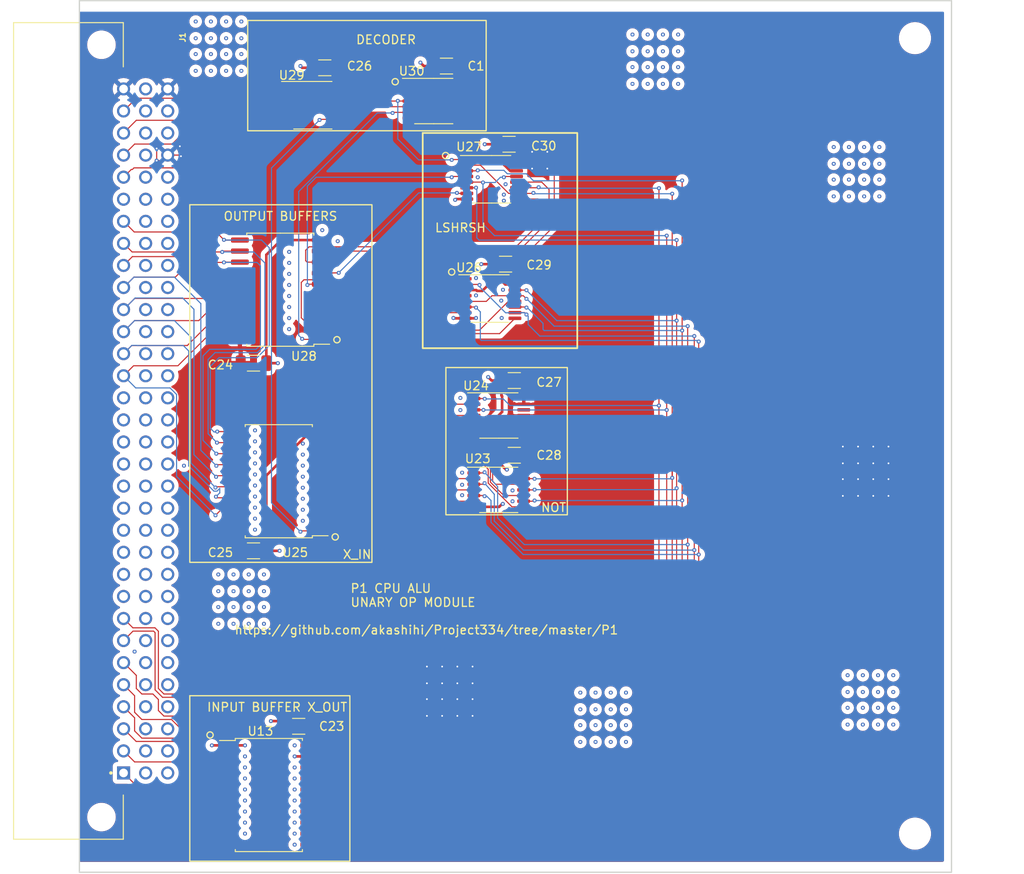
<source format=kicad_pcb>
(kicad_pcb (version 20240108) (generator "pcbnew") (generator_version "8.0")
  (layers (0 "F.Cu" signal) (1 "In1.Cu" signal) (2 "In2.Cu" signal) (31 "B.Cu" signal) (34 "B.Paste" user) (35 "F.Paste" user) (36 "B.SilkS" user "B.Silkscreen") (37 "F.SilkS" user "F.Silkscreen") (38 "B.Mask" user) (39 "F.Mask" user) (44 "Edge.Cuts" user))
  (net 0 "")
  (net 1 "+5V")
  (net 2 "GND")
  (net 3 "/X_IN1")
  (net 4 "/X_IN2")
  (net 5 "/X_IN3")
  (net 6 "/X_IN4")
  (net 7 "/X_IN5")
  (net 8 "/X_IN6")
  (net 9 "/X_IN7")
  (net 10 "Net-(U29-E3)")
  (net 11 "Net-(U29-A2)")
  (net 12 "Net-(U29-A1)")
  (net 13 "Net-(U29-A0)")
  (net 80 "Net-(U13-A0)")
  (net 81 "Net-(U13-A1)")
  (net 82 "Net-(U13-A2)")
  (net 83 "Net-(U13-A3)")
  (net 84 "Net-(U13-A4)")
  (net 85 "Net-(U13-A5)")
  (net 86 "Net-(U13-A6)")
  (net 87 "Net-(U13-A7)")
  (net 88 "/X_OUT7")
  (net 89 "/X_OUT6")
  (net 90 "/X_OUT5")
  (net 91 "/X_OUT4")
  (net 92 "/X_OUT3")
  (net 93 "/X_OUT2")
  (net 94 "/X_OUT1")
  (net 95 "/X_OUT0")
  (net 96 "Net-(U25-A0)")
  (net 97 "Net-(U25-A1)")
  (net 98 "Net-(U25-A2)")
  (net 99 "Net-(U25-A3)")
  (net 100 "Net-(U25-A4)")
  (net 101 "Net-(U25-A5)")
  (net 102 "Net-(U25-A6)")
  (net 103 "Net-(U25-A7)")
  (net 104 "Net-(U25-GAB)")
  (net 105 "Net-(U26-S)")
  (net 106 "Net-(U26-Za)")
  (net 107 "Net-(U26-Zb)")
  (net 108 "Net-(U26-Zc)")
  (net 109 "Net-(U26-Zd)")
  (net 110 "Net-(U27-Za)")
  (net 111 "Net-(U27-Zb)")
  (net 112 "Net-(U27-Zc)")
  (net 113 "Net-(U27-Zd)")
  (net 114 "Net-(U28-GAB)")
  (net 115 "Net-(U29-Y3)")
  (net 116 "/X_IN0")
  (footprint "Capacitor_SMD:C_1206_3216Metric" (layer "F.Cu") (at 89.4 79 180)
    (property "Reference" "C28")
    (property "Value" "100n")
  )
  (footprint "Capacitor_SMD:C_1206_3216Metric" (layer "F.Cu") (at 89.4 70.4 180)
    (property "Reference" "C27")
    (property "Value" "100n")
  )
  (footprint "Package_SO:TSSOP-14_4.4x5mm_P0.65mm" (layer "F.Cu") (at 87.63 74.422)
    (property "Reference" "U24")
    (property "Value" "74HC04" (hide yes))
  )
  (footprint "41612:TE_650473-5" (layer "F.Cu") (at 44.45 115.57 -90)
    (property "Reference" "J1")
    (property "Value" "650473-5")
  )
  (footprint "Package_SO:TSSOP-16_4.4x5mm_P0.65mm" (layer "F.Cu") (at 86.7995 47.233)
    (property "Reference" "U27")
    (property "Value" "74LS157" (hide yes))
  )
  (footprint "Capacitor_SMD:C_1206_3216Metric" (layer "F.Cu") (at 59.4 90)
    (property "Reference" "C25")
    (property "Value" "100n")
  )
  (footprint "Capacitor_SMD:C_1206_3216Metric" (layer "F.Cu") (at 81.6 34.2 180)
    (property "Reference" "C1")
    (property "Value" "100n")
  )
  (footprint "Package_SO:TSSOP-14_4.4x5mm_P0.65mm" (layer "F.Cu") (at 80.137 38.227)
    (property "Reference" "U30")
    (property "Value" "74LS32")
  )
  (footprint "Capacitor_SMD:C_1206_3216Metric" (layer "F.Cu") (at 67.6 34.4 180)
    (property "Reference" "C26")
    (property "Value" "100n")
  )
  (footprint "Package_SO:TSSOP-16_4.4x5mm_P0.65mm" (layer "F.Cu") (at 66.2255 38.709)
    (property "Reference" "U29")
    (property "Value" "74HC238")
  )
  (footprint "Package_SO:SOIC-20W_7.5x12.8mm_P1.27mm" (layer "F.Cu") (at 61.165 118.11)
    (property "Reference" "U13")
    (property "Value" "74LS541" (hide yes))
  )
  (footprint "MountingHole:MountingHole_3.2mm_M3_DIN965" (layer "F.Cu") (at 135.5 30.988)
    (property "Reference" "REF**" (hide yes))
    (property "Value" "MountingHole_3.2mm_M3_DIN965")
  )
  (footprint "Package_SO:TSSOP-16_4.4x5mm_P0.65mm" (layer "F.Cu") (at 86.614 60.96)
    (property "Reference" "U26")
    (property "Value" "74LS157" (hide yes))
  )
  (footprint "Capacitor_SMD:C_1206_3216Metric" (layer "F.Cu") (at 64.6 110.2 180)
    (property "Reference" "C23")
    (property "Value" "100n")
  )
  (footprint "Capacitor_SMD:C_1206_3216Metric" (layer "F.Cu") (at 88.8 43.2 180)
    (property "Reference" "C30")
    (property "Value" "100n")
  )
  (footprint "Package_SO:SOIC-20W_7.5x12.8mm_P1.27mm" (layer "F.Cu") (at 62.484 59.944 180)
    (property "Reference" "U28")
    (property "Value" "74LS621")
  )
  (footprint "Package_SO:SOIC-20W_7.5x12.8mm_P1.27mm" (layer "F.Cu") (at 62.308 81.99 180)
    (property "Reference" "U25")
    (property "Value" "74LS621")
  )
  (footprint "Capacitor_SMD:C_1206_3216Metric" (layer "F.Cu") (at 59.4 68.4)
    (property "Reference" "C24")
    (property "Value" "100n")
  )
  (footprint "MountingHole:MountingHole_3.2mm_M3_DIN965" (layer "F.Cu") (at 135.5 122.555)
    (property "Reference" "REF**" (hide yes))
    (property "Value" "MountingHole_3.2mm_M3_DIN965")
  )
  (footprint "Package_SO:TSSOP-14_4.4x5mm_P0.65mm" (layer "F.Cu") (at 87.612249 82.98725)
    (property "Reference" "U23")
    (property "Value" "74HC04" (hide yes))
  )
  (footprint "Capacitor_SMD:C_1206_3216Metric" (layer "F.Cu") (at 88.4 57 180)
    (property "Reference" "C29")
    (property "Value" "100n")
  )
  (gr_rect (start 78.867 41.9) (end 96.647 66.675) (stroke (width 0.2)) (fill none) (layer "F.SilkS"))
  (gr_rect (start 58.734 28.95) (end 86.166 41.65) (stroke (width 0.15)) (fill none) (layer "F.SilkS"))
  (gr_circle (center 82.2 57.9) (end 82.560555 57.9) (stroke (width 0.15)) (fill none) (layer "F.SilkS"))
  (gr_rect (start 52.07 50.165) (end 73.025 91.325) (stroke (width 0.15)) (fill none) (layer "F.SilkS"))
  (gr_rect (start 52.07 106.68) (end 70.485 125.73) (stroke (width 0.15)) (fill none) (layer "F.SilkS"))
  (gr_rect (start 81.534 68.904) (end 95.504 85.852) (stroke (width 0.15)) (fill none) (layer "F.SilkS"))
  (gr_circle (center 54.4 111.2) (end 54.760555 111.2) (stroke (width 0.15)) (fill none) (layer "F.SilkS"))
  (gr_circle (center 69 65.7) (end 69.360555 65.7) (stroke (width 0.15)) (fill none) (layer "F.SilkS"))
  (gr_circle (center 68.8 88.4) (end 69.160555 88.4) (stroke (width 0.15)) (fill none) (layer "F.SilkS"))
  (gr_circle (center 81.5 44.5) (end 81.860555 44.5) (stroke (width 0.15)) (fill none) (layer "F.SilkS"))
  (gr_circle (center 75.7 36) (end 76.060555 36) (stroke (width 0.15)) (fill none) (layer "F.SilkS"))
  (gr_rect (start 39.37 26.67) (end 139.7 127) (stroke (width 0.15)) (fill none) (layer "Edge.Cuts"))
  (gr_text "https://github.com/akashihi/Project334/tree/master/P1" (at 57.15 99.695 0) (layer "F.SilkS") (effects (font (size 1 1)) (justify left bottom)))
  (gr_text "NOT" (at 92.4 85.6 0) (layer "F.SilkS") (effects (font (size 1 1)) (justify left bottom)))
  (gr_text "DECODER" (at 71.12 31.75 0) (layer "F.SilkS") (effects (font (size 1 1)) (justify left bottom)))
  (gr_text "P1 CPU ALU\nUNARY OP MODULE" (at 70.485 96.52 0) (layer "F.SilkS") (effects (font (size 1 1)) (justify left bottom)))
  (gr_text "LSHRSH" (at 80.2 53.4 0) (layer "F.SilkS") (effects (font (size 1 1)) (justify left bottom)))
  (gr_text "X_IN" (at 69.6 91 0) (layer "F.SilkS") (effects (font (size 1 1)) (justify left bottom)))
  (gr_text "OUTPUT BUFFERS" (at 55.88 52.07 0) (layer "F.SilkS") (effects (font (size 1 1)) (justify left bottom)))
  (gr_text "INPUT BUFFER X_OUT" (at 53.975 108.585 0) (layer "F.SilkS") (effects (font (size 1 1)) (justify left bottom)))
  (segment (start 90.275 43.2) (end 90.275 44.345) (width 0.3) (layer "F.Cu") (net 1))
  (segment (start 89.662 44.958) (end 91.058 44.958) (width 0.3) (layer "F.Cu") (net 1))
  (segment (start 91.058 44.958) (end 91.15 45.05) (width 0.3) (layer "F.Cu") (net 1))
  (segment (start 90.4925 75.722) (end 89.322 75.722) (width 0.3) (layer "F.Cu") (net 1))
  (segment (start 89.875 57) (end 89.875 58.2865) (width 0.3) (layer "F.Cu") (net 1))
  (segment (start 84.7675 75.072) (end 85.6 75.072) (width 0.3) (layer "F.Cu") (net 1))
  (segment (start 49.53 44.45) (end 50.927 44.45) (width 0.127) (layer "F.Cu") (net 1))
  (segment (start 90.275 44.345) (end 89.662 44.958) (width 0.3) (layer "F.Cu") (net 1))
  (segment (start 48.895 45.085) (end 49.53 44.45) (width 0.127) (layer "F.Cu") (net 1))
  (segment (start 57.834 65.659) (end 57.834 68.309) (width 0.3) (layer "F.Cu") (net 1))
  (segment (start 88.65 58.55) (end 88.3 58.2) (width 0.3) (layer "F.Cu") (net 1))
  (segment (start 88.55 44.85) (end 88.4 44.7) (width 0.3) (layer "F.Cu") (net 1))
  (segment (start 91.778 74.422) (end 91.8 74.4) (width 0.3) (layer "F.Cu") (net 1))
  (segment (start 89.662 44.958) (end 88.658 44.958) (width 0.3) (layer "F.Cu") (net 1))
  (segment (start 48.26 43.688) (end 48.768 43.688) (width 0.127) (layer "F.Cu") (net 1))
  (segment (start 90.985 58.685) (end 91.05 58.75) (width 0.3) (layer "F.Cu") (net 1))
  (segment (start 88.785 58.685) (end 88.65 58.55) (width 0.3) (layer "F.Cu") (net 1))
  (segment (start 48.26 43.688) (end 48.26 45.085) (width 0.127) (layer "F.Cu") (net 1))
  (segment (start 50.546 43.434) (end 49.53 44.45) (width 0.127) (layer "F.Cu") (net 1))
  (segment (start 57.658 87.705) (end 57.658 89.733) (width 0.3) (layer "F.Cu") (net 1))
  (segment (start 88.4 44.7) (end 88.4 44.5) (width 0.3) (layer "F.Cu") (net 1))
  (segment (start 89.875 58.2865) (end 89.4765 58.685) (width 0.3) (layer "F.Cu") (net 1))
  (segment (start 50.927 44.45) (end 51.054 44.577) (width 0.127) (layer "F.Cu") (net 1))
  (segment (start 90.875 72.0895) (end 90.4925 72.472) (width 0.3) (layer "F.Cu") (net 1))
  (segment (start 89.4765 58.685) (end 88.785 58.685) (width 0.3) (layer "F.Cu") (net 1))
  (segment (start 91.678 73.122) (end 91.8 73) (width 0.3) (layer "F.Cu") (net 1))
  (segment (start 90.4925 74.422) (end 91.778 74.422) (width 0.3) (layer "F.Cu") (net 1))
  (segment (start 90.4925 73.122) (end 91.678 73.122) (width 0.3) (layer "F.Cu") (net 1))
  (segment (start 48.26 45.085) (end 48.895 45.085) (width 0.127) (layer "F.Cu") (net 1))
  (segment (start 66.075 112.135) (end 65.815 112.395) (width 0.3) (layer "F.Cu") (net 1))
  (segment (start 88.3 58.2) (end 88.3 58.1) (width 0.3) (layer "F.Cu") (net 1))
  (segment (start 48.768 43.688) (end 49.53 44.45) (width 0.127) (layer "F.Cu") (net 1))
  (segment (start 85.728 75.072) (end 86.2 74.6) (width 0.3) (layer "F.Cu") (net 1))
  (segment (start 89.522 73.122) (end 89.4 73) (width 0.3) (layer "F.Cu") (net 1))
  (segment (start 90.4925 73.122) (end 89.522 73.122) (width 0.3) (layer "F.Cu") (net 1))
  (segment (start 88.658 44.958) (end 88.55 44.85) (width 0.3) (layer "F.Cu") (net 1))
  (segment (start 50.927 43.434) (end 50.546 43.434) (width 0.127) (layer "F.Cu") (net 1))
  (segment (start 90.875 80.636999) (end 90.474749 81.03725) (width 0.3) (layer "F.Cu") (net 1))
  (segment (start 90.4925 75.722) (end 91.678 75.722) (width 0.3) (layer "F.Cu") (net 1))
  (segment (start 66.075 110.2) (end 66.075 112.135) (width 0.3) (layer "F.Cu") (net 1))
  (segment (start 89.4765 58.685) (end 90.985 58.685) (width 0.3) (layer "F.Cu") (net 1))
  (segment (start 57.834 68.309) (end 57.925 68.4) (width 0.3) (layer "F.Cu") (net 1))
  (segment (start 57.658 89.733) (end 57.925 90) (width 0.3) (layer "F.Cu") (net 1))
  (segment (start 90.4925 74.422) (end 89.222 74.422) (width 0.3) (layer "F.Cu") (net 1))
  (segment (start 90.875 70.4) (end 90.875 72.0895) (width 0.3) (layer "F.Cu") (net 1))
  (segment (start 89.222 74.422) (end 89.2 74.4) (width 0.3) (layer "F.Cu") (net 1))
  (segment (start 90.4925 75.722) (end 90.5 75.722) (width 0.127) (layer "F.Cu") (net 1))
  (segment (start 90.875 79) (end 90.875 80.636999) (width 0.3) (layer "F.Cu") (net 1))
  (via (at 93.2 46) (size 0.46) (drill 0.2) (layers "F.Cu" "B.Cu") (net 1))
  (via (at 84.6 109) (size 0.46) (drill 0.2) (layers "F.Cu" "B.Cu") (net 1))
  (via (at 79.35 105.25) (size 0.46) (drill 0.2) (layers "F.Cu" "B.Cu") (net 1))
  (via (at 91.45 46) (size 0.46) (drill 0.2) (layers "F.Cu" "B.Cu") (net 1))
  (via (at 79.35 103.3224) (size 0.46) (drill 0.2) (layers "F.Cu" "B.Cu") (net 1))
  (via (at 128.95 78) (size 0.46) (drill 0.2) (layers "F.Cu" "B.Cu") (net 1))
  (via (at 84.6 103.3224) (size 0.46) (drill 0.2) (layers "F.Cu" "B.Cu") (net 1))
  (via (at 132.45 81.75) (size 0.46) (drill 0.2) (layers "F.Cu" "B.Cu") (net 1))
  (via (at 84.6 107.0724) (size 0.46) (drill 0.2) (layers "F.Cu" "B.Cu") (net 1))
  (via (at 48.26 43.688) (size 0.46) (drill 0.2) (layers "F.Cu" "B.Cu") (net 1))
  (via (at 132.45 79.9276) (size 0.46) (drill 0.2) (layers "F.Cu" "B.Cu") (net 1))
  (via (at 82.85 103.3224) (size 0.46) (drill 0.2) (layers "F.Cu" "B.Cu") (net 1))
  (via (at 82.85 105.25) (size 0.46) (drill 0.2) (layers "F.Cu" "B.Cu") (net 1))
  (via (at 81.1 109) (size 0.46) (drill 0.2) (layers "F.Cu" "B.Cu") (net 1))
  (via (at 79.35 107.0724) (size 0.46) (drill 0.2) (layers "F.Cu" "B.Cu") (net 1))
  (via (at 93.2 44.0724) (size 0.46) (drill 0.2) (layers "F.Cu" "B.Cu") (net 1))
  (via (at 81.1 107.0724) (size 0.46) (drill 0.2) (layers "F.Cu" "B.Cu") (net 1))
  (via (at 91.45 44.0724) (size 0.46) (drill 0.2) (layers "F.Cu" "B.Cu") (net 1))
  (via (at 128.95 81.75) (size 0.46) (drill 0.2) (layers "F.Cu" "B.Cu") (net 1))
  (via (at 128.95 83.6776) (size 0.46) (drill 0.2) (layers "F.Cu" "B.Cu") (net 1))
  (via (at 50.927 43.434) (size 0.46) (drill 0.2) (layers "F.Cu" "B.Cu") (net 1))
  (via (at 82.85 109) (size 0.46) (drill 0.2) (layers "F.Cu" "B.Cu") (net 1))
  (via (at 82.85 107.0724) (size 0.46) (drill 0.2) (layers "F.Cu" "B.Cu") (net 1))
  (via (at 127.2 83.6776) (size 0.46) (drill 0.2) (layers "F.Cu" "B.Cu") (net 1))
  (via (at 130.7 81.75) (size 0.46) (drill 0.2) (layers "F.Cu" "B.Cu") (net 1))
  (via (at 81.1 105.25) (size 0.46) (drill 0.2) (layers "F.Cu" "B.Cu") (net 1))
  (via (at 79.35 109) (size 0.46) (drill 0.2) (layers "F.Cu" "B.Cu") (net 1))
  (via (at 132.45 83.6776) (size 0.46) (drill 0.2) (layers "F.Cu" "B.Cu") (net 1))
  (via (at 127.2 81.75) (size 0.46) (drill 0.2) (layers "F.Cu" "B.Cu") (net 1))
  (via (at 48.26 45.085) (size 0.46) (drill 0.2) (layers "F.Cu" "B.Cu") (net 1))
  (via (at 128.95 79.9276) (size 0.46) (drill 0.2) (layers "F.Cu" "B.Cu") (net 1))
  (via (at 84.6 105.25) (size 0.46) (drill 0.2) (layers "F.Cu" "B.Cu") (net 1))
  (via (at 130.7 83.6776) (size 0.46) (drill 0.2) (layers "F.Cu" "B.Cu") (net 1))
  (via (at 132.45 78) (size 0.46) (drill 0.2) (layers "F.Cu" "B.Cu") (net 1))
  (via (at 51.054 44.577) (size 0.46) (drill 0.2) (layers "F.Cu" "B.Cu") (net 1))
  (via (at 127.2 79.9276) (size 0.46) (drill 0.2) (layers "F.Cu" "B.Cu") (net 1))
  (via (at 130.7 79.9276) (size 0.46) (drill 0.2) (layers "F.Cu" "B.Cu") (net 1))
  (via (at 81.1 103.3224) (size 0.46) (drill 0.2) (layers "F.Cu" "B.Cu") (net 1))
  (via (at 130.7 78) (size 0.46) (drill 0.2) (layers "F.Cu" "B.Cu") (net 1))
  (via (at 127.2 78) (size 0.46) (drill 0.2) (layers "F.Cu" "B.Cu") (net 1))
  (segment (start 86.925 58.875) (end 86.925 57.9) (width 0.3) (layer "F.Cu") (net 2))
  (segment (start 64.8 34.2) (end 65 34.4) (width 0.3) (layer "F.Cu") (net 2))
  (segment (start 88 74.007588) (end 88 72.2) (width 0.3) (layer "F.Cu") (net 2))
  (segment (start 63.125 110.2) (end 62.525 109.6) (width 0.3) (layer "F.Cu") (net 2))
  (segment (start 66.125 39.090088) (end 66.125 38) (width 0.3) (layer "F.Cu") (net 2))
  (segment (start 65.815 113.665) (end 64.135 113.665) (width 0.3) (layer "F.Cu") (net 2))
  (segment (start 87.925 72.125) (end 87.925 70.4) (width 0.3) (layer "F.Cu") (net 2))
  (segment (start 83.7515 63.235) (end 84.965 63.235) (width 0.3) (layer "F.Cu") (net 2))
  (segment (start 77.2745 36.277) (end 79.648 36.277) (width 0.3) (layer "F.Cu") (net 2))
  (segment (start 85.118334 60.08) (end 85.72 60.08) (width 0.3) (layer "F.Cu") (net 2))
  (segment (start 80.125 36.8) (end 80.125 36.4) (width 0.3) (layer "F.Cu") (net 2))
  (segment (start 87.925 79) (end 87.925 80.136052) (width 0.3) (layer "F.Cu") (net 2))
  (segment (start 85.72 60.08) (end 86.925 58.875) (width 0.3) (layer "F.Cu") (net 2))
  (segment (start 65 34.4) (end 66.125 34.4) (width 0.3) (layer "F.Cu") (net 2))
  (segment (start 80.125 36.4) (end 80.125 35.8) (width 0.3) (layer "F.Cu") (net 2))
  (segment (start 88.2745 45.608) (end 87.325 44.6585) (width 0.3) (layer "F.Cu") (net 2))
  (segment (start 80.807412 38.877) (end 80.125 38.194588) (width 0.3) (layer "F.Cu") (net 2))
  (segment (start 85.635588 76.372) (end 88 74.007588) (width 0.3) (layer "F.Cu") (net 2))
  (segment (start 80.902 37.577) (end 80.1625 36.8375) (width 0.3) (layer "F.Cu") (net 2))
  (segment (start 67.134 54.229) (end 62.571 54.229) (width 0.3) (layer "F.Cu") (net 2))
  (segment (start 83.937 49.508) (end 82.692 49.508) (width 0.3) (layer "F.Cu") (net 2))
  (segment (start 82.9995 38.877) (end 80.807412 38.877) (width 0.3) (layer "F.Cu") (net 2))
  (segment (start 60.875 90) (end 62.4 90) (width 0.3) (layer "F.Cu") (net 2))
  (segment (start 63.125 121.475) (end 63.125 110.2) (width 0.3) (layer "F.Cu") (net 2))
  (segment (start 56.515 112.395) (end 54.61 112.395) (width 0.3) (layer "F.Cu") (net 2))
  (segment (start 89.662 46.258) (end 88.924501 46.258) (width 0.3) (layer "F.Cu") (net 2))
  (segment (start 86.925 57.9) (end 86.925 57) (width 0.3) (layer "F.Cu") (net 2))
  (segment (start 85.023334 59.985) (end 85.118334 60.08) (width 0.3) (layer "F.Cu") (net 2))
  (segment (start 86.925 57) (end 85.6 57) (width 0.3) (layer "F.Cu") (net 2))
  (segment (start 65.933001 76.275) (end 60.875 81.333001) (width 0.3) (layer "F.Cu") (net 2))
  (segment (start 87.325 44.6585) (end 87.325 43.2) (width 0.3) (layer "F.Cu") (net 2))
  (segment (start 88 84.6) (end 88.078749 84.6) (width 0.3) (layer "F.Cu") (net 2))
  (segment (start 80.125 35.8) (end 80.125 34.2) (width 0.3) (layer "F.Cu") (net 2))
  (segment (start 80.125 34.2) (end 79 34.2) (width 0.3) (layer "F.Cu") (net 2))
  (segment (start 84.7675 76.372) (end 85.635588 76.372) (width 0.3) (layer "F.Cu") (net 2))
  (segment (start 66.958 76.275) (end 65.933001 76.275) (width 0.3) (layer "F.Cu") (net 2))
  (segment (start 80.125 38.194588) (end 80.125 36.8) (width 0.3) (layer "F.Cu") (net 2))
  (segment (start 87.925 80.136052) (end 88.494474 80.705526) (width 0.3) (layer "F.Cu") (net 2))
  (segment (start 88.924501 46.258) (end 87.325 44.658499) (width 0.3) (layer "F.Cu") (net 2))
  (segment (start 80.252 36.927) (end 80.1625 36.8375) (width 0.3) (layer "F.Cu") (net 2))
  (segment (start 60.875 81.333001) (end 60.875 90) (width 0.3) (layer "F.Cu") (net 2))
  (segment (start 79 34.2) (end 78.6 33.8) (width 0.3) (layer "F.Cu") (net 2))
  (segment (start 83.7515 63.235) (end 82.435 63.235) (width 0.3) (layer "F.Cu") (net 2))
  (segment (start 66.125 38) (end 66.125 36.8) (width 0.3) (layer "F.Cu") (net 2))
  (segment (start 87.325 44.658499) (end 87.325 43.2) (width 0.3) (layer "F.Cu") (net 2))
  (segment (start 80.1625 36.8375) (end 80.125 36.8) (width 0.3) (layer "F.Cu") (net 2))
  (segment (start 62.2 68.4) (end 62 68.4) (width 0.3) (layer "F.Cu") (net 2))
  (segment (start 60.875 68.4) (end 62.2 68.4) (width 0.3) (layer "F.Cu") (net 2))
  (segment (start 87.325 43.2) (end 86 43.2) (width 0.3) (layer "F.Cu") (net 2))
  (segment (start 77.2745 36.927) (end 79.598 36.927) (width 0.3) (layer "F.Cu") (net 2))
  (segment (start 79.648 36.277) (end 80.125 35.8) (width 0.3) (layer "F.Cu") (net 2))
  (segment (start 65.091 39.034) (end 66.125 38) (width 0.3) (layer "F.Cu") (net 2))
  (segment (start 82.9995 39.527) (end 81.457412 39.527) (width 0.3) (layer "F.Cu") (net 2))
  (segment (start 88.36 59.335) (end 86.925 57.9) (width 0.3) (layer "F.Cu") (net 2))
  (segment (start 62.525 109.6) (end 61.4 109.6) (width 0.3) (layer "F.Cu") (net 2))
  (segment (start 82.9995 36.927) (end 80.252 36.927) (width 0.3) (layer "F.Cu") (net 2))
  (segment (start 87.66275 84.93725) (end 88 84.6) (width 0.3) (layer "F.Cu") (net 2))
  (segment (start 64.541 38.384) (end 66.125 36.8) (width 0.3) (layer "F.Cu") (net 2))
  (segment (start 88 72.2) (end 87.925 72.125) (width 0.3) (layer "F.Cu") (net 2))
  (segment (start 84.749749 84.93725) (end 87.66275 84.93725) (width 0.3) (layer "F.Cu") (net 2))
  (segment (start 63.363 38.384) (end 64.541 38.384) (width 0.3) (layer "F.Cu") (net 2))
  (segment (start 86.8 70.4) (end 86.4 70) (width 0.3) (layer "F.Cu") (net 2))
  (segment (start 56.515 112.395) (end 58.42 112.395) (width 0.3) (layer "F.Cu") (net 2))
  (segment (start 82.692 49.508) (end 82.6 49.6) (width 0.3) (layer "F.Cu") (net 2))
  (segment (start 82.9995 37.577) (end 80.902 37.577) (width 0.3) (layer "F.Cu") (net 2))
  (segment (start 63.363 39.034) (end 65.091 39.034) (width 0.3) (layer "F.Cu") (net 2))
  (segment (start 79.598 36.927) (end 80.125 36.4) (width 0.3) (layer "F.Cu") (net 2))
  (segment (start 63.363 40.984) (end 64.231088 40.984) (width 0.3) (layer "F.Cu") (net 2))
  (segment (start 60.775 123.825) (end 63.125 121.475) (width 0.3) (layer "F.Cu") (net 2))
  (segment (start 89.4765 59.335) (end 88.36 59.335) (width 0.3) (layer "F.Cu") (net 2))
  (segment (start 60.875 55.925) (end 60.875 68.4) (width 0.3) (layer "F.Cu") (net 2))
  (segment (start 88.494474 80.705526) (end 88.551043 80.648957) (width 0.3) (layer "F.Cu") (net 2))
  (segment (start 82.435 63.235) (end 82.4 63.2) (width 0.3) (layer "F.Cu") (net 2))
  (segment (start 81.457412 39.527) (end 80.125 38.194588) (width 0.3) (layer "F.Cu") (net 2))
  (segment (start 83.7515 59.985) (end 85.023334 59.985) (width 0.3) (layer "F.Cu") (net 2))
  (segment (start 84.965 63.235) (end 85 63.2) (width 0.3) (layer "F.Cu") (net 2))
  (segment (start 66.125 36.8) (end 66.125 34.4) (width 0.3) (layer "F.Cu") (net 2))
  (segment (start 62.571 54.229) (end 60.875 55.925) (width 0.3) (layer "F.Cu") (net 2))
  (segment (start 89.662 45.608) (end 88.2745 45.608) (width 0.3) (layer "F.Cu") (net 2))
  (segment (start 77.2745 40.177) (end 78.142588 40.177) (width 0.3) (layer "F.Cu") (net 2))
  (segment (start 87.925 70.4) (end 86.8 70.4) (width 0.3) (layer "F.Cu") (net 2))
  (segment (start 56.515 123.825) (end 60.775 123.825) (width 0.3) (layer "F.Cu") (net 2))
  (segment (start 78.142588 40.177) (end 80.125 38.194588) (width 0.3) (layer "F.Cu") (net 2))
  (segment (start 64.231088 40.984) (end 66.125 39.090088) (width 0.3) (layer "F.Cu") (net 2))
  (via (at 63.5 55.59) (size 0.46) (drill 0.2) (layers "F.Cu" "B.Cu") (net 2))
  (via (at 126.15 47.2724) (size 0.46) (drill 0.2) (layers "F.Cu" "B.Cu") (net 2))
  (via (at 89.2 84.3) (size 0.46) (drill 0.2) (layers "F.Cu" "B.Cu") (net 2))
  (via (at 103 36.25) (size 0.46) (drill 0.2) (layers "F.Cu" "B.Cu") (net 2))
  (via (at 45.72 101.6) (size 0.46) (drill 0.2) (layers "F.Cu" "B.Cu") (net 2))
  (via (at 131.4 45.45) (size 0.46) (drill 0.2) (layers "F.Cu" "B.Cu") (net 2))
  (via (at 58.42 121.285) (size 0.46) (drill 0.2) (layers "F.Cu" "B.Cu") (net 2))
  (via (at 58 29.0724) (size 0.46) (drill 0.2) (layers "F.Cu" "B.Cu") (net 2))
  (via (at 85.2 47) (size 0.46) (drill 0.2) (layers "F.Cu" "B.Cu") (net 2))
  (via (at 59.574 79.944) (size 0.46) (drill 0.2) (layers "F.Cu" "B.Cu") (net 2))
  (via (at 98.75 112) (size 0.46) (drill 0.2) (layers "F.Cu" "B.Cu") (net 2))
  (via (at 88.551043 80.648957) (size 0.46) (drill 0.2) (layers "F.Cu" "B.Cu") (net 2))
  (via (at 63.5 58.13) (size 0.46) (drill 0.2) (layers "F.Cu" "B.Cu") (net 2))
  (via (at 97 106.3224) (size 0.46) (drill 0.2) (layers "F.Cu" "B.Cu") (net 2))
  (via (at 65.074 77.654) (size 0.46) (drill 0.2) (layers "F.Cu" "B.Cu") (net 2))
  (via (at 97 110.0724) (size 0.46) (drill 0.2) (layers "F.Cu" "B.Cu") (net 2))
  (via (at 57.1 96.4724) (size 0.46) (drill 0.2) (layers "F.Cu" "B.Cu") (net 2))
  (via (at 64.135 116.205) (size 0.46) (drill 0.2) (layers "F.Cu" "B.Cu") (net 2))
  (via (at 54.5 31) (size 0.46) (drill 0.2) (layers "F.Cu" "B.Cu") (net 2))
  (via (at 78.6 33.8) (size 0.46) (drill 0.2) (layers "F.Cu" "B.Cu") (net 2))
  (via (at 59.574 83.754) (size 0.46) (drill 0.2) (layers "F.Cu" "B.Cu") (net 2))
  (via (at 52.75 31) (size 0.46) (drill 0.2) (layers "F.Cu" "B.Cu") (net 2))
  (via (at 60.6 94.65) (size 0.46) (drill 0.2) (layers "F.Cu" "B.Cu") (net 2))
  (via (at 104.75 30.5724) (size 0.46) (drill 0.2) (layers "F.Cu" "B.Cu") (net 2))
  (via (at 59.574 82.484) (size 0.46) (drill 0.2) (layers "F.Cu" "B.Cu") (net 2))
  (via (at 108.25 30.5724) (size 0.46) (drill 0.2) (layers "F.Cu" "B.Cu") (net 2))
  (via (at 64.135 113.665) (size 0.46) (drill 0.2) (layers "F.Cu" "B.Cu") (net 2))
  (via (at 108.25 34.3224) (size 0.46) (drill 0.2) (layers "F.Cu" "B.Cu") (net 2))
  (via (at 106.5 30.5724) (size 0.46) (drill 0.2) (layers "F.Cu" "B.Cu") (net 2))
  (via (at 64.135 123.825) (size 0.46) (drill 0.2) (layers "F.Cu" "B.Cu") (net 2))
  (via (at 54.5 29.0724) (size 0.46) (drill 0.2) (layers "F.Cu" "B.Cu") (net 2))
  (via (at 133 108.0724) (size 0.46) (drill 0.2) (layers "F.Cu" "B.Cu") (net 2))
  (via (at 88.1 59.95) (size 0.46) (drill 0.2) (layers "F.Cu" "B.Cu") (net 2))
  (via (at 54.5 34.75) (size 0.46) (drill 0.2) (layers "F.Cu" "B.Cu") (net 2))
  (via (at 60.6 96.4724) (size 0.46) (drill 0.2) (layers "F.Cu" "B.Cu") (net 2))
  (via (at 106.5 32.5) (size 0.46) (drill 0.2) (layers "F.Cu" "B.Cu") (net 2))
  (via (at 59.574 77.404) (size 0.46) (drill 0.2) (layers "F.Cu" "B.Cu") (net 2))
  (via (at 54.5 32.8224) (size 0.46) (drill 0.2) (layers "F.Cu" "B.Cu") (net 2))
  (via (at 55.35 96.4724) (size 0.46) (drill 0.2) (layers "F.Cu" "B.Cu") (net 2))
  (via (at 133 104.3224) (size 0.46) (drill 0.2) (layers "F.Cu" "B.Cu") (net 2))
  (via (at 89.2 83.05) (size 0.46) (drill 0.2) (layers "F.Cu" "B.Cu") (net 2))
  (via (at 65.074 85.274) (size 0.46) (drill 0.2) (layers "F.Cu" "B.Cu") (net 2))
  (via (at 127.9 43.5224) (size 0.46) (drill 0.2) (layers "F.Cu" "B.Cu") (net 2))
  (via (at 108.25 32.5) (size 0.46) (drill 0.2) (layers "F.Cu" "B.Cu") (net 2))
  (via (at 86 43.2) (size 0.46) (drill 0.2) (layers "F.Cu" "B.Cu") (net 2))
  (via (at 55.35 98.4) (size 0.46) (drill 0.2) (layers "F.Cu" "B.Cu") (net 2))
  (via (at 102.25 106.3224) (size 0.46) (drill 0.2) (layers "F.Cu" "B.Cu") (net 2))
  (via (at 58.42 114.935) (size 0.46) (drill 0.2) (layers "F.Cu" "B.Cu") (net 2))
  (via (at 59.574 78.674) (size 0.46) (drill 0.2) (layers "F.Cu" "B.Cu") (net 2))
  (via (at 129.5 108.0724) (size 0.46) (drill 0.2) (layers "F.Cu" "B.Cu") (net 2))
  (via (at 129.65 43.5224) (size 0.46) (drill 0.2) (layers "F.Cu" "B.Cu") (net 2))
  (via (at 102.25 110.0724) (size 0.46) (drill 0.2) (layers "F.Cu" "B.Cu") (net 2))
  (via (at 85 63.2) (size 0.46) (drill 0.2) (layers "F.Cu" "B.Cu") (net 2))
  (via (at 58.42 113.665) (size 0.46) (drill 0.2) (layers "F.Cu" "B.Cu") (net 2))
  (via (at 56.25 34.75) (size 0.46) (drill 0.2) (layers "F.Cu" "B.Cu") (net 2))
  (via (at 131.4 49.2) (size 0.46) (drill 0.2) (layers "F.Cu" "B.Cu") (net 2))
  (via (at 103 34.3224) (size 0.46) (drill 0.2) (layers "F.Cu" "B.Cu") (net 2))
  (via (at 59.574 86.294) (size 0.46) (drill 0.2) (layers "F.Cu" "B.Cu") (net 2))
  (via (at 106.5 34.3224) (size 0.46) (drill 0.2) (layers "F.Cu" "B.Cu") (net 2))
  (via (at 88.4 47.8) (size 0.46) (drill 0.2) (layers "F.Cu" "B.Cu") (net 2))
  (via (at 104.75 36.25) (size 0.46) (drill 0.2) (layers "F.Cu" "B.Cu") (net 2))
  (via (at 54.61 112.395) (size 0.46) (drill 0.2) (layers "F.Cu" "B.Cu") (net 2))
  (via (at 97 108.25) (size 0.46) (drill 0.2) (layers "F.Cu" "B.Cu") (net 2))
  (via (at 126.15 45.45) (size 0.46) (drill 0.2) (layers "F.Cu" "B.Cu") (net 2))
  (via (at 59.574 81.214) (size 0.46) (drill 0.2) (layers "F.Cu" "B.Cu") (net 2))
  (via (at 64.135 112.395) (size 0.46) (drill 0.2) (layers "F.Cu" "B.Cu") (net 2))
  (via (at 131.25 108.0724) (size 0.46) (drill 0.2) (layers "F.Cu" "B.Cu") (net 2))
  (via (at 102.25 108.25) (size 0.46) (drill 0.2) (layers "F.Cu" "B.Cu") (net 2))
  (via (at 58 32.8224) (size 0.46) (drill 0.2) (layers "F.Cu" "B.Cu") (net 2))
  (via (at 85 60.6) (size 0.46) (drill 0.2) (layers "F.Cu" "B.Cu") (net 2))
  (via (at 65.074 82.734) (size 0.46) (drill 0.2) (layers "F.Cu" "B.Cu") (net 2))
  (via (at 63.5 59.4) (size 0.46) (drill 0.2) (layers "F.Cu" "B.Cu") (net 2))
  (via (at 64.135 114.935) (size 0.46) (drill 0.2) (layers "F.Cu" "B.Cu") (net 2))
  (via (at 64.135 118.745) (size 0.46) (drill 0.2) (layers "F.Cu" "B.Cu") (net 2))
  (via (at 131.4 47.2724) (size 0.46) (drill 0.2) (layers "F.Cu" "B.Cu") (net 2))
  (via (at 57.1 98.4) (size 0.46) (drill 0.2) (layers "F.Cu" "B.Cu") (net 2))
  (via (at 129.5 106.25) (size 0.46) (drill 0.2) (layers "F.Cu" "B.Cu") (net 2))
  (via (at 64.135 122.555) (size 0.46) (drill 0.2) (layers "F.Cu" "B.Cu") (net 2))
  (via (at 60.6 92.7224) (size 0.46) (drill 0.2) (layers "F.Cu" "B.Cu") (net 2))
  (via (at 58.42 112.395) (size 0.46) (drill 0.2) (layers "F.Cu" "B.Cu") (net 2))
  (via (at 64.135 117.475) (size 0.46) (drill 0.2) (layers "F.Cu" "B.Cu") (net 2))
  (via (at 108.25 36.25) (size 0.46) (drill 0.2) (layers "F.Cu" "B.Cu") (net 2))
  (via (at 69.088 54.356) (size 0.46) (drill 0.2) (layers "F.Cu" "B.Cu") (net 2))
  (via (at 61.4 109.6) (size 0.46) (drill 0.2) (layers "F.Cu" "B.Cu") (net 2))
  (via (at 129.5 110) (size 0.46) (drill 0.2) (layers "F.Cu" "B.Cu") (net 2))
  (via (at 58.85 96.4724) (size 0.46) (drill 0.2) (layers "F.Cu" "B.Cu") (net 2))
  (via (at 83.2 73.8) (size 0.46) (drill 0.2) (layers "F.Cu" "B.Cu") (net 2))
  (via (at 133 106.25) (size 0.46) (drill 0.2) (layers "F.Cu" "B.Cu") (net 2))
  (via (at 57.1 92.7224) (size 0.46) (drill 0.2) (layers "F.Cu" "B.Cu") (net 2))
  (via (at 56.25 29.0724) (size 0.46) (drill 0.2) (layers "F.Cu" "B.Cu") (net 2))
  (via (at 129.65 45.45) (size 0.46) (drill 0.2) (layers "F.Cu" "B.Cu") (net 2))
  (via (at 98.75 106.3224) (size 0.46) (drill 0.2) (layers "F.Cu" "B.Cu") (net 2))
  (via (at 56.25 32.8224) (size 0.46) (drill 0.2) (layers "F.Cu" "B.Cu") (net 2))
  (via (at 58.85 94.65) (size 0.46) (drill 0.2) (layers "F.Cu" "B.Cu") (net 2))
  (via (at 83.4 83.6) (size 0.46) (drill 0.2) (layers "F.Cu" "B.Cu") (net 2))
  (via (at 100.5 106.3224) (size 0.46) (drill 0.2) (layers "F.Cu" "B.Cu") (net 2))
  (via (at 63.5 61.94) (size 0.46) (drill 0.2) (layers "F.Cu" "B.Cu") (net 2))
  (via (at 52.75 34.75) (size 0.46) (drill 0.2) (layers "F.Cu" "B.Cu") (net 2))
  (via (at 129.65 47.2724) (size 0.46) (drill 0.2) (layers "F.Cu" "B.Cu") (net 2))
  (via (at 126.15 49.2) (size 0.46) (drill 0.2) (layers "F.Cu" "B.Cu") (net 2))
  (via (at 87.9 61.2) (size 0.46) (drill 0.2) (layers "F.Cu" "B.Cu") (net 2))
  (via (at 56.25 31) (size 0.46) (drill 0.2) (layers "F.Cu" "B.Cu") (net 2))
  (via (at 65.074 86.544) (size 0.46) (drill 0.2) (layers "F.Cu" "B.Cu") (net 2))
  (via (at 131.4 43.5224) (size 0.46) (drill 0.2) (layers "F.Cu" "B.Cu") (net 2))
  (via (at 103 32.5) (size 0.46) (drill 0.2) (layers "F.Cu" "B.Cu") (net 2))
  (via (at 85.6 57) (size 0.46) (drill 0.2) (layers "F.Cu" "B.Cu") (net 2))
  (via (at 98.75 110.0724) (size 0.46) (drill 0.2) (layers "F.Cu" "B.Cu") (net 2))
  (via (at 60.6 98.4) (size 0.46) (drill 0.2) (layers "F.Cu" "B.Cu") (net 2))
  (via (at 85 58.6) (size 0.46) (drill 0.2) (layers "F.Cu" "B.Cu") (net 2))
  (via (at 65.074 84.004) (size 0.46) (drill 0.2) (layers "F.Cu" "B.Cu") (net 2))
  (via (at 67.31 53.086) (size 0.46) (drill 0.2) (layers "F.Cu" "B.Cu") (net 2))
  (via (at 127.75 110) (size 0.46) (drill 0.2) (layers "F.Cu" "B.Cu") (net 2))
  (via (at 83.2 72.4) (size 0.46) (drill 0.2) (layers "F.Cu" "B.Cu") (net 2))
  (via (at 127.9 47.2724) (size 0.46) (drill 0.2) (layers "F.Cu" "B.Cu") (net 2))
  (via (at 57.1 94.65) (size 0.46) (drill 0.2) (layers "F.Cu" "B.Cu") (net 2))
  (via (at 52.75 32.8224) (size 0.46) (drill 0.2) (layers "F.Cu" "B.Cu") (net 2))
  (via (at 98.75 108.25) (size 0.46) (drill 0.2) (layers "F.Cu" "B.Cu") (net 2))
  (via (at 127.9 45.45) (size 0.46) (drill 0.2) (layers "F.Cu" "B.Cu") (net 2))
  (via (at 82.4 63.2) (size 0.46) (drill 0.2) (layers "F.Cu" "B.Cu") (net 2))
  (via (at 100.5 112) (size 0.46) (drill 0.2) (layers "F.Cu" "B.Cu") (net 2))
  (via (at 58.85 92.7224) (size 0.46) (drill 0.2) (layers "F.Cu" "B.Cu") (net 2))
  (via (at 83.4 81) (size 0.46) (drill 0.2) (layers "F.Cu" "B.Cu") (net 2))
  (via (at 106.5 36.25) (size 0.46) (drill 0.2) (layers "F.Cu" "B.Cu") (net 2))
  (via (at 65.074 81.464) (size 0.46) (drill 0.2) (layers "F.Cu" "B.Cu") (net 2))
  (via (at 59.574 76.134) (size 0.46) (drill 0.2) (layers "F.Cu" "B.Cu") (net 2))
  (via (at 127.75 106.25) (size 0.46) (drill 0.2) (layers "F.Cu" "B.Cu") (net 2))
  (via (at 58.42 122.555) (size 0.46) (drill 0.2) (layers "F.Cu" "B.Cu") (net 2))
  (via (at 52.75 29.0724) (size 0.46) (drill 0.2) (layers "F.Cu" "B.Cu") (net 2))
  (via (at 82.6 49.6) (size 0.46) (drill 0.2) (layers "F.Cu" "B.Cu") (net 2))
  (via (at 131.25 106.25) (size 0.46) (drill 0.2) (layers "F.Cu" "B.Cu") (net 2))
  (via (at 83.4 82.4) (size 0.46) (drill 0.2) (layers "F.Cu" "B.Cu") (net 2))
  (via (at 63.5 63.21) (size 0.46) (drill 0.2) (layers "F.Cu" "B.Cu") (net 2))
  (via (at 62.2 68.4) (size 0.46) (drill 0.2) (layers "F.Cu" "B.Cu") (net 2))
  (via (at 133 110) (size 0.46) (drill 0.2) (layers "F.Cu" "B.Cu") (net 2))
  (via (at 58.42 117.475) (size 0.46) (drill 0.2) (layers "F.Cu" "B.Cu") (net 2))
  (via (at 86.4 70) (size 0.46) (drill 0.2) (layers "F.Cu" "B.Cu") (net 2))
  (via (at 87.95 63.2) (size 0.46) (drill 0.2) (layers "F.Cu" "B.Cu") (net 2))
  (via (at 64.8 34.2) (size 0.46) (drill 0.2) (layers "F.Cu" "B.Cu") (net 2))
  (via (at 63.5 64.48) (size 0.46) (drill 0.2) (layers "F.Cu" "B.Cu") (net 2))
  (via (at 64.135 120.015) (size 0.46) (drill 0.2) (layers "F.Cu" "B.Cu") (net 2))
  (via (at 126.15 43.5224) (size 0.46) (drill 0.2) (layers "F.Cu" "B.Cu") (net 2))
  (via (at 63.5 60.67) (size 0.46) (drill 0.2) (layers "F.Cu" "B.Cu") (net 2))
  (via (at 104.75 32.5) (size 0.46) (drill 0.2) (layers "F.Cu" "B.Cu") (net 2))
  (via (at 58.42 118.745) (size 0.46) (drill 0.2) (layers "F.Cu" "B.Cu") (net 2))
  (via (at 59.574 87.564) (size 0.46) (drill 0.2) (layers "F.Cu" "B.Cu") (net 2))
  (via (at 131.25 104.3224) (size 0.46) (drill 0.2) (layers "F.Cu" "B.Cu") (net 2))
  (via (at 127.75 108.0724) (size 0.46) (drill 0.2) (layers "F.Cu" "B.Cu") (net 2))
  (via (at 65.074 78.924) (size 0.46) (drill 0.2) (layers "F.Cu" "B.Cu") (net 2))
  (via (at 88.078749 84.6) (size 0.46) (drill 0.2) (layers "F.Cu" "B.Cu") (net 2))
  (via (at 127.75 104.3224) (size 0.46) (drill 0.2) (layers "F.Cu" "B.Cu") (net 2))
  (via (at 127.9 49.2) (size 0.46) (drill 0.2) (layers "F.Cu" "B.Cu") (net 2))
  (via (at 51.4 80.2) (size 0.46) (drill 0.2) (layers "F.Cu" "B.Cu") (net 2))
  (via (at 103 30.5724) (size 0.46) (drill 0.2) (layers "F.Cu" "B.Cu") (net 2))
  (via (at 63.5 56.86) (size 0.46) (drill 0.2) (layers "F.Cu" "B.Cu") (net 2))
  (via (at 131.25 110) (size 0.46) (drill 0.2) (layers "F.Cu" "B.Cu") (net 2))
  (via (at 55.35 94.65) (size 0.46) (drill 0.2) (layers "F.Cu" "B.Cu") (net 2))
  (via (at 100.5 110.0724) (size 0.46) (drill 0.2) (layers "F.Cu" "B.Cu") (net 2))
  (via (at 58.42 120.015) (size 0.46) (drill 0.2) (layers "F.Cu" "B.Cu") (net 2))
  (via (at 58.42 116.205) (size 0.46) (drill 0.2) (layers "F.Cu" "B.Cu") (net 2))
  (via (at 58 31) (size 0.46) (drill 0.2) (layers "F.Cu" "B.Cu") (net 2))
  (via (at 58.85 98.4) (size 0.46) (drill 0.2) (layers "F.Cu" "B.Cu") (net 2))
  (via (at 65.074 80.194) (size 0.46) (drill 0.2) (layers "F.Cu" "B.Cu") (net 2))
  (via (at 88.2 49) (size 0.46) (drill 0.2) (layers "F.Cu" "B.Cu") (net 2))
  (via (at 100.5 108.25) (size 0.46) (drill 0.2) (layers "F.Cu" "B.Cu") (net 2))
  (via (at 55.35 92.7224) (size 0.46) (drill 0.2) (layers "F.Cu" "B.Cu") (net 2))
  (via (at 129.65 49.2) (size 0.46) (drill 0.2) (layers "F.Cu" "B.Cu") (net 2))
  (via (at 62.4 90) (size 0.46) (drill 0.2) (layers "F.Cu" "B.Cu") (net 2))
  (via (at 88.2 49.7) (size 0.46) (drill 0.2) (layers "F.Cu" "B.Cu") (net 2))
  (via (at 102.25 112) (size 0.46) (drill 0.2) (layers "F.Cu" "B.Cu") (net 2))
  (via (at 64.135 121.285) (size 0.46) (drill 0.2) (layers "F.Cu" "B.Cu") (net 2))
  (via (at 58 34.75) (size 0.46) (drill 0.2) (layers "F.Cu" "B.Cu") (net 2))
  (via (at 104.75 34.3224) (size 0.46) (drill 0.2) (layers "F.Cu" "B.Cu") (net 2))
  (via (at 59.574 85.024) (size 0.46) (drill 0.2) (layers "F.Cu" "B.Cu") (net 2))
  (via (at 97 112) (size 0.46) (drill 0.2) (layers "F.Cu" "B.Cu") (net 2))
  (via (at 129.5 104.3224) (size 0.46) (drill 0.2) (layers "F.Cu" "B.Cu") (net 2))
  (segment (start 51.7845 66.3655) (end 56.301 61.849) (width 0.127) (layer "F.Cu") (net 3))
  (segment (start 45.3945 66.3655) (end 51.7845 66.3655) (width 0.127) (layer "F.Cu") (net 3))
  (segment (start 55.205 83.895) (end 57.658 83.895) (width 0.127) (layer "F.Cu") (net 3))
  (segment (start 55.078 83.768) (end 55.205 83.895) (width 0.127) (layer "F.Cu") (net 3))
  (segment (start 44.45 67.31) (end 45.3945 66.3655) (width 0.127) (layer "F.Cu") (net 3))
  (segment (start 56.301 61.849) (end 57.834 61.849) (width 0.127) (layer "F.Cu") (net 3))
  (via (at 55.078 83.768) (size 0.46) (drill 0.2) (layers "F.Cu" "B.Cu") (net 3))
  (segment (start 45.41 66.35) (end 44.45 67.31) (width 0.127) (layer "B.Cu") (net 3))
  (segment (start 51.946 80.230677) (end 51.946 66.996) (width 0.127) (layer "B.Cu") (net 3))
  (segment (start 55.078 83.768) (end 54.97 83.768) (width 0.127) (layer "B.Cu") (net 3))
  (segment (start 51.3155 66.3655) (end 46.0655 66.3655) (width 0.127) (layer "B.Cu") (net 3))
  (segment (start 55.5175 83.3285) (end 55.5175 82.815177) (width 0.127) (layer "B.Cu") (net 3))
  (segment (start 54.849823 83.1345) (end 51.946 80.230677) (width 0.127) (layer "B.Cu") (net 3))
  (segment (start 55.198177 83.1345) (end 54.849823 83.1345) (width 0.127) (layer "B.Cu") (net 3))
  (segment (start 51.946 66.996) (end 51.3155 66.3655) (width 0.127) (layer "B.Cu") (net 3))
  (segment (start 46.05 66.35) (end 45.41 66.35) (width 0.127) (layer "B.Cu") (net 3))
  (segment (start 46.0655 66.3655) (end 46.05 66.35) (width 0.127) (layer "B.Cu") (net 3))
  (segment (start 55.078 83.768) (end 55.5175 83.3285) (width 0.127) (layer "B.Cu") (net 3))
  (segment (start 55.5175 82.815177) (end 55.198177 83.1345) (width 0.127) (layer "B.Cu") (net 3))
  (segment (start 57.658 82.625) (end 55.113 82.625) (width 0.127) (layer "F.Cu") (net 4))
  (segment (start 45.72 63.5) (end 53.1 63.5) (width 0.127) (layer "F.Cu") (net 4))
  (segment (start 53.1 63.5) (end 56.021 60.579) (width 0.127) (layer "F.Cu") (net 4))
  (segment (start 56.021 60.579) (end 57.834 60.579) (width 0.127) (layer "F.Cu") (net 4))
  (segment (start 55.113 82.625) (end 55.024 82.714) (width 0.127) (layer "F.Cu") (net 4))
  (segment (start 44.45 64.77) (end 45.72 63.5) (width 0.127) (layer "F.Cu") (net 4))
  (via (at 55.024 82.714) (size 0.46) (drill 0.2) (layers "F.Cu" "B.Cu") (net 4))
  (segment (start 55.024 82.714) (end 54.741839 82.431838) (width 0.127) (layer "B.Cu") (net 4))
  (segment (start 50.3 63.5) (end 45.72 63.5) (width 0.127) (layer "B.Cu") (net 4))
  (segment (start 45.72 63.5) (end 44.45 64.77) (width 0.127) (layer "B.Cu") (net 4))
  (segment (start 52.2 79.889999) (end 52.2 65.4) (width 0.127) (layer "B.Cu") (net 4))
  (segment (start 55.024 82.714) (end 54.935 82.625) (width 0.127) (layer "B.Cu") (net 4))
  (segment (start 54.741839 82.431838) (end 52.2 79.889999) (width 0.127) (layer "B.Cu") (net 4))
  (segment (start 52.2 65.4) (end 50.3 63.5) (width 0.127) (layer "B.Cu") (net 4))
  (segment (start 44.45 62.23) (end 45.73 60.95) (width 0.127) (layer "F.Cu") (net 5))
  (segment (start 55.097 81.482) (end 55.224 81.355) (width 0.127) (layer "F.Cu") (net 5))
  (segment (start 45.73 60.95) (end 54.05 60.95) (width 0.127) (layer "F.Cu") (net 5))
  (segment (start 54.05 60.95) (end 55.691 59.309) (width 0.127) (layer "F.Cu") (net 5))
  (segment (start 55.224 81.355) (end 57.658 81.355) (width 0.127) (layer "F.Cu") (net 5))
  (segment (start 55.691 59.309) (end 57.834 59.309) (width 0.127) (layer "F.Cu") (net 5))
  (via (at 55.097 81.482) (size 0.46) (drill 0.2) (layers "F.Cu" "B.Cu") (net 5))
  (segment (start 52.55 62.2) (end 51.25 60.9) (width 0.127) (layer "B.Cu") (net 5))
  (segment (start 55.097 81.482) (end 52.55 78.935) (width 0.127) (layer "B.Cu") (net 5))
  (segment (start 51.25 60.9) (end 45.78 60.9) (width 0.127) (layer "B.Cu") (net 5))
  (segment (start 45.78 60.9) (end 44.45 62.23) (width 0.127) (layer "B.Cu") (net 5))
  (segment (start 52.55 78.935) (end 52.55 62.2) (width 0.127) (layer "B.Cu") (net 5))
  (segment (start 50.4 58.5) (end 50.861 58.039) (width 0.127) (layer "F.Cu") (net 6))
  (segment (start 44.45 59.69) (end 45.64 58.5) (width 0.127) (layer "F.Cu") (net 6))
  (segment (start 45.64 58.5) (end 50.4 58.5) (width 0.127) (layer "F.Cu") (net 6))
  (segment (start 55.126 80.212) (end 55.253 80.085) (width 0.127) (layer "F.Cu") (net 6))
  (segment (start 50.861 58.039) (end 57.834 58.039) (width 0.127) (layer "F.Cu") (net 6))
  (segment (start 55.253 80.085) (end 57.658 80.085) (width 0.127) (layer "F.Cu") (net 6))
  (via (at 55.126 80.212) (size 0.46) (drill 0.2) (layers "F.Cu" "B.Cu") (net 6))
  (segment (start 50.3 58.5) (end 45.64 58.5) (width 0.127) (layer "B.Cu") (net 6))
  (segment (start 45.64 58.5) (end 44.45 59.69) (width 0.127) (layer "B.Cu") (net 6))
  (segment (start 53.34 61.54) (end 50.3 58.5) (width 0.127) (layer "B.Cu") (net 6))
  (segment (start 55.126 80.212) (end 53.34 78.426) (width 0.127) (layer "B.Cu") (net 6))
  (segment (start 53.34 78.426) (end 53.34 61.54) (width 0.127) (layer "B.Cu") (net 6))
  (segment (start 50.5825 56.1325) (end 51.25 56.8) (width 0.127) (layer "F.Cu") (net 7))
  (segment (start 44.45 57.15) (end 45.4675 56.1325) (width 0.127) (layer "F.Cu") (net 7))
  (segment (start 55.123 78.815) (end 57.658 78.815) (width 0.127) (layer "F.Cu") (net 7))
  (segment (start 45.4675 56.1325) (end 50.5825 56.1325) (width 0.127) (layer "F.Cu") (net 7))
  (segment (start 51.25 56.8) (end 56 56.8) (width 0.127) (layer "F.Cu") (net 7))
  (segment (start 56.031 56.769) (end 56 56.8) (width 0.127) (layer "F.Cu") (net 7))
  (segment (start 57.834 56.769) (end 56.031 56.769) (width 0.127) (layer "F.Cu") (net 7))
  (via (at 56 56.8) (size 0.46) (drill 0.2) (layers "F.Cu" "B.Cu") (net 7))
  (via (at 55.123 78.815) (size 0.46) (drill 0.2) (layers "F.Cu" "B.Cu") (net 7))
  (segment (start 55.123 78.815) (end 54.996 78.942) (width 0.127) (layer "B.Cu") (net 7))
  (segment (start 54.356 66.802) (end 59.69 66.802) (width 0.127) (layer "B.Cu") (net 7))
  (segment (start 55.123 78.871) (end 55.123 78.815) (width 0.127) (layer "B.Cu") (net 7))
  (segment (start 53.594 67.564) (end 54.356 66.802) (width 0.127) (layer "B.Cu") (net 7))
  (segment (start 55.052 78.942) (end 55.123 78.871) (width 0.127) (layer "B.Cu") (net 7))
  (segment (start 60.198 57.198) (end 59.8 56.8) (width 0.127) (layer "B.Cu") (net 7))
  (segment (start 55.123 78.815) (end 53.594 77.286) (width 0.127) (layer "B.Cu") (net 7))
  (segment (start 59.69 66.802) (end 60.198 66.294) (width 0.127) (layer "B.Cu") (net 7))
  (segment (start 60.198 66.294) (end 60.198 57.198) (width 0.127) (layer "B.Cu") (net 7))
  (segment (start 53.594 77.286) (end 53.594 67.564) (width 0.127) (layer "B.Cu") (net 7))
  (segment (start 59.8 56.8) (end 56 56.8) (width 0.127) (layer "B.Cu") (net 7))
  (segment (start 55.193 77.545) (end 57.658 77.545) (width 0.127) (layer "F.Cu") (net 8))
  (segment (start 55.901 55.499) (end 57.834 55.499) (width 0.127) (layer "F.Cu") (net 8))
  (segment (start 55.8 55.6) (end 55.901 55.499) (width 0.127) (layer "F.Cu") (net 8))
  (segment (start 55.8 55.6) (end 45.44 55.6) (width 0.127) (layer "F.Cu") (net 8))
  (segment (start 45.44 55.6) (end 44.45 54.61) (width 0.127) (layer "F.Cu") (net 8))
  (via (at 55.193 77.545) (size 0.46) (drill 0.2) (layers "F.Cu" "B.Cu") (net 8))
  (via (at 55.8 55.6) (size 0.46) (drill 0.2) (layers "F.Cu" "B.Cu") (net 8))
  (segment (start 60.706 66.324815) (end 59.847815 67.183) (width 0.127) (layer "B.Cu") (net 8))
  (segment (start 54.18 67.98) (end 54.18 76.532) (width 0.127) (layer "B.Cu") (net 8))
  (segment (start 55.8 55.6) (end 59.440816 55.6) (width 0.127) (layer "B.Cu") (net 8))
  (segment (start 54.18 76.532) (end 55.193 77.545) (width 0.127) (layer "B.Cu") (net 8))
  (segment (start 54.977 67.183) (end 54.18 67.98) (width 0.127) (layer "B.Cu") (net 8))
  (segment (start 59.847815 67.183) (end 54.977 67.183) (width 0.127) (layer "B.Cu") (net 8))
  (segment (start 55.109 77.545) (end 55.193 77.545) (width 0.127) (layer "B.Cu") (net 8))
  (segment (start 59.440816 55.6) (end 60.706 56.865184) (width 0.127) (layer "B.Cu") (net 8))
  (segment (start 60.706 56.865184) (end 60.706 66.324815) (width 0.127) (layer "B.Cu") (net 8))
  (segment (start 56 54.2) (end 56.029 54.229) (width 0.127) (layer "F.Cu") (net 9))
  (segment (start 55.1 53.3) (end 45.68 53.3) (width 0.127) (layer "F.Cu") (net 9))
  (segment (start 56.029 54.229) (end 57.834 54.229) (width 0.127) (layer "F.Cu") (net 9))
  (segment (start 55.224 76.275) (end 57.658 76.275) (width 0.127) (layer "F.Cu") (net 9))
  (segment (start 45.68 53.3) (end 44.45 52.07) (width 0.127) (layer "F.Cu") (net 9))
  (segment (start 56 54.2) (end 55.1 53.3) (width 0.127) (layer "F.Cu") (net 9))
  (via (at 56 54.2) (size 0.46) (drill 0.2) (layers "F.Cu" "B.Cu") (net 9))
  (via (at 55.224 76.275) (size 0.46) (drill 0.2) (layers "F.Cu" "B.Cu") (net 9))
  (segment (start 54.434 75.894) (end 54.434 68.766) (width 0.127) (layer "B.Cu") (net 9))
  (segment (start 61.214 55.118) (end 60.325 54.229) (width 0.127) (layer "B.Cu") (net 9))
  (segment (start 60.325 54.229) (end 56.134 54.229) (width 0.127) (layer "B.Cu") (net 9))
  (segment (start 55.43037 67.76963) (end 59.8 67.76963) (width 0.127) (layer "B.Cu") (net 9))
  (segment (start 55.224 76.275) (end 55.185 76.314) (width 0.127) (layer "B.Cu") (net 9))
  (segment (start 54.854 76.314) (end 54.434 75.894) (width 0.127) (layer "B.Cu") (net 9))
  (segment (start 54.434 68.766) (end 55.43037 67.76963) (width 0.127) (layer "B.Cu") (net 9))
  (segment (start 55.185 76.314) (end 54.854 76.314) (width 0.127) (layer "B.Cu") (net 9))
  (segment (start 59.8 67.76963) (end 61.214 66.35563) (width 0.127) (layer "B.Cu") (net 9))
  (segment (start 61.214 66.35563) (end 61.214 55.118) (width 0.127) (layer "B.Cu") (net 9))
  (segment (start 50.6015 45.9185) (end 45.6485 45.9185) (width 0.127) (layer "F.Cu") (net 10))
  (segment (start 45.6485 45.9185) (end 45.466 46.101) (width 0.127) (layer "F.Cu") (net 10))
  (segment (start 45.466 46.101) (end 45.339 46.101) (width 0.127) (layer "F.Cu") (net 10))
  (segment (start 56.836 39.684) (end 50.6015 45.9185) (width 0.127) (layer "F.Cu") (net 10))
  (segment (start 45.339 46.101) (end 44.45 46.99) (width 0.127) (layer "F.Cu") (net 10))
  (segment (start 63.363 39.684) (end 56.836 39.684) (width 0.127) (layer "F.Cu") (net 10))
  (segment (start 50.038 43.18) (end 45.72 43.18) (width 0.127) (layer "F.Cu") (net 11))
  (segment (start 63.363 37.734) (end 55.484 37.734) (width 0.127) (layer "F.Cu") (net 11))
  (segment (start 45.72 43.18) (end 44.45 44.45) (width 0.127) (layer "F.Cu") (net 11))
  (segment (start 55.484 37.734) (end 50.038 43.18) (width 0.127) (layer "F.Cu") (net 11))
  (segment (start 44.45 41.91) (end 45.9185 40.4415) (width 0.127) (layer "F.Cu") (net 12))
  (segment (start 55.595184 37.084) (end 63.363 37.084) (width 0.127) (layer "F.Cu") (net 12))
  (segment (start 45.9185 40.4415) (end 52.237684 40.4415) (width 0.127) (layer "F.Cu") (net 12))
  (segment (start 52.237684 40.4415) (end 55.595184 37.084) (width 0.127) (layer "F.Cu") (net 12))
  (segment (start 45.9185 37.9015) (end 44.45 39.37) (width 0.127) (layer "F.Cu") (net 13))
  (segment (start 55.372 36.449) (end 53.9195 37.9015) (width 0.127) (layer "F.Cu") (net 13))
  (segment (start 59.015 36.434) (end 59 36.449) (width 0.127) (layer "F.Cu") (net 13))
  (segment (start 59 36.449) (end 55.372 36.449) (width 0.127) (layer "F.Cu") (net 13))
  (segment (start 63.363 36.434) (end 59.015 36.434) (width 0.127) (layer "F.Cu") (net 13))
  (segment (start 53.9195 37.9015) (end 45.9185 37.9015) (width 0.127) (layer "F.Cu") (net 13))
  (segment (start 45.5215 98.8615) (end 44.45 97.79) (width 0.127) (layer "F.Cu") (net 80))
  (segment (start 53.805 113.665) (end 53.34 113.2) (width 0.127) (layer "F.Cu") (net 80))
  (segment (start 53.34 113.2) (end 53.34 109.22) (width 0.127) (layer "F.Cu") (net 80))
  (segment (start 53.34 109.22) (end 50.6015 106.4815) (width 0.127) (layer "F.Cu") (net 80))
  (segment (start 48.4585 105.847124) (end 48.4585 99.2585) (width 0.127) (layer "F.Cu") (net 80))
  (segment (start 49.092876 106.4815) (end 48.4585 105.847124) (width 0.127) (layer "F.Cu") (net 80))
  (segment (start 48.0615 98.8615) (end 45.5215 98.8615) (width 0.127) (layer "F.Cu") (net 80))
  (segment (start 56.515 113.665) (end 53.805 113.665) (width 0.127) (layer "F.Cu") (net 80))
  (segment (start 50.6015 106.4815) (end 49.092876 106.4815) (width 0.127) (layer "F.Cu") (net 80))
  (segment (start 48.4585 99.2585) (end 48.0615 98.8615) (width 0.127) (layer "F.Cu") (net 80))
  (segment (start 53.5825 114.935) (end 52.8475 114.2) (width 0.127) (layer "F.Cu") (net 81))
  (segment (start 50.3475 106.8625) (end 48.935061 106.8625) (width 0.127) (layer "F.Cu") (net 81))
  (segment (start 56.515 114.935) (end 53.5825 114.935) (width 0.127) (layer "F.Cu") (net 81))
  (segment (start 48.0775 99.416316) (end 47.903684 99.2425) (width 0.127) (layer "F.Cu") (net 81))
  (segment (start 52.8475 114.2) (end 52.8475 109.3625) (width 0.127) (layer "F.Cu") (net 81))
  (segment (start 48.0775 106.00494) (end 48.0775 99.416316) (width 0.127) (layer "F.Cu") (net 81))
  (segment (start 47.903684 99.2425) (end 45.5375 99.2425) (width 0.127) (layer "F.Cu") (net 81))
  (segment (start 48.935061 106.8625) (end 48.0775 106.00494) (width 0.127) (layer "F.Cu") (net 81))
  (segment (start 52.8475 109.3625) (end 50.3475 106.8625) (width 0.127) (layer "F.Cu") (net 81))
  (segment (start 45.5375 99.2425) (end 44.45 100.33) (width 0.127) (layer "F.Cu") (net 81))
  (segment (start 48.4585 108.387124) (end 48.4585 107.117124) (width 0.127) (layer "F.Cu") (net 82))
  (segment (start 45.9185 104.3385) (end 44.45 102.87) (width 0.127) (layer "F.Cu") (net 82))
  (segment (start 53.34 116.205) (end 52.4665 115.3315) (width 0.127) (layer "F.Cu") (net 82))
  (segment (start 48.4585 107.117124) (end 47.822876 106.4815) (width 0.127) (layer "F.Cu") (net 82))
  (segment (start 56.515 116.205) (end 53.34 116.205) (width 0.127) (layer "F.Cu") (net 82))
  (segment (start 49.092876 109.0215) (end 48.4585 108.387124) (width 0.127) (layer "F.Cu") (net 82))
  (segment (start 52.4665 110.8865) (end 50.6015 109.0215) (width 0.127) (layer "F.Cu") (net 82))
  (segment (start 52.4665 115.3315) (end 52.4665 110.8865) (width 0.127) (layer "F.Cu") (net 82))
  (segment (start 46.552876 106.4815) (end 45.9185 105.847124) (width 0.127) (layer "F.Cu") (net 82))
  (segment (start 50.6015 109.0215) (end 49.092876 109.0215) (width 0.127) (layer "F.Cu") (net 82))
  (segment (start 47.822876 106.4815) (end 46.552876 106.4815) (width 0.127) (layer "F.Cu") (net 82))
  (segment (start 45.9185 105.847124) (end 45.9185 104.3385) (width 0.127) (layer "F.Cu") (net 82))
  (segment (start 49.967124 109.4185) (end 46.5535 109.4185) (width 0.127) (layer "F.Cu") (net 83))
  (segment (start 52.0855 116.2205) (end 52.0855 111.536876) (width 0.127) (layer "F.Cu") (net 83))
  (segment (start 52.0855 111.536876) (end 49.967124 109.4185) (width 0.127) (layer "F.Cu") (net 83))
  (segment (start 45.72 106.68) (end 44.45 105.41) (width 0.127) (layer "F.Cu") (net 83))
  (segment (start 45.72 108.585) (end 45.72 106.68) (width 0.127) (layer "F.Cu") (net 83))
  (segment (start 56.515 117.475) (end 53.34 117.475) (width 0.127) (layer "F.Cu") (net 83))
  (segment (start 46.5535 109.4185) (end 45.72 108.585) (width 0.127) (layer "F.Cu") (net 83))
  (segment (start 53.34 117.475) (end 52.0855 116.2205) (width 0.127) (layer "F.Cu") (net 83))
  (segment (start 44.45 107.95) (end 45.72 109.22) (width 0.127) (layer "F.Cu") (net 84))
  (segment (start 46.552876 111.5615) (end 51.2365 111.5615) (width 0.127) (layer "F.Cu") (net 84))
  (segment (start 56.515 118.745) (end 53.34 118.745) (width 0.127) (layer "F.Cu") (net 84))
  (segment (start 51.7045 117.1095) (end 53.34 118.745) (width 0.127) (layer "F.Cu") (net 84))
  (segment (start 51.7045 112.0295) (end 51.7045 117.1095) (width 0.127) (layer "F.Cu") (net 84))
  (segment (start 51.2365 111.5615) (end 51.7045 112.0295) (width 0.127) (layer "F.Cu") (net 84))
  (segment (start 45.72 110.728624) (end 46.552876 111.5615) (width 0.127) (layer "F.Cu") (net 84))
  (segment (start 45.72 109.22) (end 45.72 110.728624) (width 0.127) (layer "F.Cu") (net 84))
  (segment (start 51.3235 112.187316) (end 51.3235 117.9985) (width 0.127) (layer "F.Cu") (net 85))
  (segment (start 56.515 120.015) (end 53.34 120.015) (width 0.127) (layer "F.Cu") (net 85))
  (segment (start 45.9025 111.9425) (end 51.078684 111.9425) (width 0.127) (layer "F.Cu") (net 85))
  (segment (start 51.3235 117.9985) (end 53.34 120.015) (width 0.127) (layer "F.Cu") (net 85))
  (segment (start 44.45 110.49) (end 45.9025 111.9425) (width 0.127) (layer "F.Cu") (net 85))
  (segment (start 51.078684 111.9425) (end 51.3235 112.187316) (width 0.127) (layer "F.Cu") (net 85))
  (segment (start 45.72 114.3) (end 44.45 113.03) (width 0.127) (layer "F.Cu") (net 86))
  (segment (start 50.9425 118.314001) (end 50.9425 115.0775) (width 0.127) (layer "F.Cu") (net 86))
  (segment (start 56.515 121.285) (end 53.913499 121.285) (width 0.127) (layer "F.Cu") (net 86))
  (segment (start 50.9425 115.0775) (end 50.165 114.3) (width 0.127) (layer "F.Cu") (net 86))
  (segment (start 53.913499 121.285) (end 50.9425 118.314001) (width 0.127) (layer "F.Cu") (net 86))
  (segment (start 50.165 114.3) (end 45.72 114.3) (width 0.127) (layer "F.Cu") (net 86))
  (segment (start 44.45 115.57) (end 45.79122 116.91122) (width 0.127) (layer "F.Cu") (net 87))
  (segment (start 50.5615 119.7765) (end 53.34 122.555) (width 0.127) (layer "F.Cu") (net 87))
  (segment (start 45.79122 116.91122) (end 50.23622 116.91122) (width 0.127) (layer "F.Cu") (net 87))
  (segment (start 50.23622 116.91122) (end 50.5615 117.2365) (width 0.127) (layer "F.Cu") (net 87))
  (segment (start 53.34 122.555) (end 56.515 122.555) (width 0.127) (layer "F.Cu") (net 87))
  (segment (start 50.5615 117.2365) (end 50.5615 119.7765) (width 0.127) (layer "F.Cu") (net 87))
  (segment (start 85.972 72.472) (end 86 72.5) (width 0.127) (layer "F.Cu") (net 88))
  (segment (start 106.045 114.355) (end 106.045 73.279) (width 0.127) (layer "F.Cu") (net 88))
  (segment (start 105.465 114.935) (end 106.045 114.355) (width 0.127) (layer "F.Cu") (net 88))
  (segment (start 106.045 73.279) (end 106.045 48.26) (width 0.127) (layer "F.Cu") (net 88))
  (segment (start 65.815 114.935) (end 105.465 114.935) (width 0.127) (layer "F.Cu") (net 88))
  (segment (start 84.7675 72.472) (end 85.972 72.472) (width 0.127) (layer "F.Cu") (net 88))
  (segment (start 92.2 48.15) (end 92.142 48.208) (width 0.127) (layer "F.Cu") (net 88))
  (segment (start 92.142 48.208) (end 89.662 48.208) (width 0.127) (layer "F.Cu") (net 88))
  (via (at 92.2 48.15) (size 0.46) (drill 0.2) (layers "F.Cu" "B.Cu") (net 88))
  (via (at 106.045 73.279) (size 0.46) (drill 0.2) (layers "F.Cu" "B.Cu") (net 88))
  (via (at 86 72.5) (size 0.46) (drill 0.2) (layers "F.Cu" "B.Cu") (net 88))
  (via (at 106.045 48.26) (size 0.46) (drill 0.2) (layers "F.Cu" "B.Cu") (net 88))
  (segment (start 92.2 48.15) (end 92.09 48.26) (width 0.127) (layer "B.Cu") (net 88))
  (segment (start 86.017 72.517) (end 88.138 72.517) (width 0.127) (layer "B.Cu") (net 88))
  (segment (start 88.9 73.279) (end 105.791 73.279) (width 0.127) (layer "B.Cu") (net 88))
  (segment (start 92.31 48.26) (end 106.045 48.26) (width 0.127) (layer "B.Cu") (net 88))
  (segment (start 88.138 72.517) (end 88.9 73.279) (width 0.127) (layer "B.Cu") (net 88))
  (segment (start 85.852 72.517) (end 85.983 72.517) (width 0.127) (layer "B.Cu") (net 88))
  (segment (start 92.2 48.15) (end 92.31 48.26) (width 0.127) (layer "B.Cu") (net 88))
  (segment (start 86 72.5) (end 86.017 72.517) (width 0.127) (layer "B.Cu") (net 88))
  (segment (start 105.791 73.279) (end 106.045 73.279) (width 0.127) (layer "B.Cu") (net 88))
  (segment (start 85.983 72.517) (end 86 72.5) (width 0.127) (layer "B.Cu") (net 88))
  (segment (start 106.934 114.866) (end 106.934 73.787) (width 0.127) (layer "F.Cu") (net 89))
  (segment (start 85.75 73.75) (end 85.728 73.772) (width 0.127) (layer "F.Cu") (net 89))
  (segment (start 89.662 46.908) (end 88.292 46.908) (width 0.127) (layer "F.Cu") (net 89))
  (segment (start 85.728 73.772) (end 84.7675 73.772) (width 0.127) (layer "F.Cu") (net 89))
  (segment (start 88.292 46.908) (end 88.2 47) (width 0.127) (layer "F.Cu") (net 89))
  (segment (start 106.934 73.787) (end 106.934 54.229) (width 0.127) (layer "F.Cu") (net 89))
  (segment (start 65.815 116.205) (end 105.595 116.205) (width 0.127) (layer "F.Cu") (net 89))
  (segment (start 85.787 73.787) (end 85.75 73.75) (width 0.127) (layer "F.Cu") (net 89))
  (segment (start 85.8 47.6) (end 85.758 47.558) (width 0.127) (layer "F.Cu") (net 89))
  (segment (start 85.758 47.558) (end 83.937 47.558) (width 0.127) (layer "F.Cu") (net 89))
  (segment (start 106.934 54.229) (end 106.934 53.721) (width 0.127) (layer "F.Cu") (net 89))
  (segment (start 105.595 116.205) (end 106.934 114.866) (width 0.127) (layer "F.Cu") (net 89))
  (segment (start 85.852 73.787) (end 85.787 73.787) (width 0.127) (layer "F.Cu") (net 89))
  (via (at 88.2 47) (size 0.46) (drill 0.2) (layers "F.Cu" "B.Cu") (net 89))
  (via (at 85.8 47.6) (size 0.46) (drill 0.2) (layers "F.Cu" "B.Cu") (net 89))
  (via (at 85.852 73.787) (size 0.46) (drill 0.2) (layers "F.Cu" "B.Cu") (net 89))
  (via (at 106.934 53.721) (size 0.46) (drill 0.2) (layers "F.Cu" "B.Cu") (net 89))
  (via (at 106.934 73.787) (size 0.46) (drill 0.2) (layers "F.Cu" "B.Cu") (net 89))
  (segment (start 85.8 47.6) (end 85.8 52.399) (width 0.127) (layer "B.Cu") (net 89))
  (segment (start 87.2 47.6) (end 87.8 47) (width 0.127) (layer "B.Cu") (net 89))
  (segment (start 85.8 52.399) (end 87.122 53.721) (width 0.127) (layer "B.Cu") (net 89))
  (segment (start 87.122 53.721) (end 106.934 53.721) (width 0.127) (layer "B.Cu") (net 89))
  (segment (start 85.852 73.787) (end 106.934 73.787) (width 0.127) (layer "B.Cu") (net 89))
  (segment (start 85.8 47.6) (end 87.2 47.6) (width 0.127) (layer "B.Cu") (net 89))
  (segment (start 87.8 47) (end 88.2 47) (width 0.127) (layer "B.Cu") (net 89))
  (segment (start 91.542 48.858) (end 91.6 48.8) (width 0.127) (layer "F.Cu") (net 90))
  (segment (start 105.525 117.475) (end 107.569 115.431) (width 0.127) (layer "F.Cu") (net 90))
  (segment (start 89.662 48.858) (end 88.758 48.858) (width 0.127) (layer "F.Cu") (net 90))
  (segment (start 65.815 117.475) (end 105.525 117.475) (width 0.127) (layer "F.Cu") (net 90))
  (segment (start 91.708249 81.68725) (end 91.732249 81.71125) (width 0.127) (layer "F.Cu") (net 90))
  (segment (start 89.662 48.858) (end 91.542 48.858) (width 0.127) (layer "F.Cu") (net 90))
  (segment (start 107.569 115.431) (end 107.569 79.883) (width 0.127) (layer "F.Cu") (net 90))
  (segment (start 90.474749 81.68725) (end 91.708249 81.68725) (width 0.127) (layer "F.Cu") (net 90))
  (segment (start 88.758 48.858) (end 85.508 45.608) (width 0.127) (layer "F.Cu") (net 90))
  (segment (start 85.508 45.608) (end 83.937 45.608) (width 0.127) (layer "F.Cu") (net 90))
  (segment (start 107.569 81.6) (end 107.569 48.895) (width 0.127) (layer "F.Cu") (net 90))
  (via (at 107.569 81.6) (size 0.46) (drill 0.2) (layers "F.Cu" "B.Cu") (net 90))
  (via (at 91.732249 81.71125) (size 0.46) (drill 0.2) (layers "F.Cu" "B.Cu") (net 90))
  (via (at 107.569 48.895) (size 0.46) (drill 0.2) (layers "F.Cu" "B.Cu") (net 90))
  (via (at 91.6 48.8) (size 0.46) (drill 0.2) (layers "F.Cu" "B.Cu") (net 90))
  (segment (start 91.695 48.895) (end 107.442 48.895) (width 0.127) (layer "B.Cu") (net 90))
  (segment (start 107.569 81.6) (end 107.45775 81.71125) (width 0.127) (layer "B.Cu") (net 90))
  (segment (start 91.6 48.8) (end 91.695 48.895) (width 0.127) (layer "B.Cu") (net 90))
  (segment (start 91.505 48.895) (end 91.6 48.8) (width 0.127) (layer "B.Cu") (net 90))
  (segment (start 107.45775 81.71125) (end 91.732249 81.71125) (width 0.127) (layer "B.Cu") (net 90))
  (segment (start 91.803249 81.71725) (end 91.797249 81.71725) (width 0.127) (layer "B.Cu") (net 90))
  (segment (start 91.797249 81.71725) (end 91.732249 81.71125) (width 0.127) (layer "B.Cu") (net 90))
  (segment (start 91.732249 81.71125) (end 91.809249 81.71725) (width 0.127) (layer "B.Cu") (net 90))
  (segment (start 89.4765 59.985) (end 90.785 59.985) (width 0.127) (layer "F.Cu") (net 91))
  (segment (start 90.474749 82.98725) (end 91.706249 82.98725) (width 0.127) (layer "F.Cu") (net 91))
  (segment (start 108.077 63.5) (end 108.077 54.229) (width 0.127) (layer "F.Cu") (net 91))
  (segment (start 108.077 116.523) (end 105.855 118.745) (width 0.127) (layer "F.Cu") (net 91))
  (segment (start 105.855 118.745) (end 65.815 118.745) (width 0.127) (layer "F.Cu") (net 91))
  (segment (start 108.077 82.8) (end 108.077 116.523) (width 0.127) (layer "F.Cu") (net 91))
  (segment (start 91.706249 82.98725) (end 91.732249 82.96125) (width 0.127) (layer "F.Cu") (net 91))
  (segment (start 84.992 48.208) (end 85 48.2) (width 0.127) (layer "F.Cu") (net 91))
  (segment (start 90.785 59.985) (end 90.8 60) (width 0.127) (layer "F.Cu") (net 91))
  (segment (start 83.937 48.208) (end 84.992 48.208) (width 0.127) (layer "F.Cu") (net 91))
  (segment (start 108.077 82.8) (end 108.077 63.5) (width 0.127) (layer "F.Cu") (net 91))
  (via (at 108.077 82.8) (size 0.46) (drill 0.2) (layers "F.Cu" "B.Cu") (net 91))
  (via (at 91.732249 82.96125) (size 0.46) (drill 0.2) (layers "F.Cu" "B.Cu") (net 91))
  (via (at 90.8 60) (size 0.46) (drill 0.2) (layers "F.Cu" "B.Cu") (net 91))
  (via (at 108.077 54.229) (size 0.46) (drill 0.2) (layers "F.Cu" "B.Cu") (net 91))
  (via (at 108.077 63.5) (size 0.46) (drill 0.2) (layers "F.Cu" "B.Cu") (net 91))
  (via (at 85 48.2) (size 0.46) (drill 0.2) (layers "F.Cu" "B.Cu") (net 91))
  (segment (start 85.344 54.229) (end 108.077 54.229) (width 0.127) (layer "B.Cu") (net 91))
  (segment (start 108.077 82.8) (end 107.91575 82.96125) (width 0.127) (layer "B.Cu") (net 91))
  (segment (start 90.798085 60) (end 94.298085 63.5) (width 0.127) (layer "B.Cu") (net 91))
  (segment (start 91.732249 82.96125) (end 91.829249 82.98725) (width 0.127) (layer "B.Cu") (net 91))
  (segment (start 90.8 60) (end 90.798085 60) (width 0.127) (layer "B.Cu") (net 91))
  (segment (start 85.09 53.975) (end 85.344 54.229) (width 0.127) (layer "B.Cu") (net 91))
  (segment (start 107.91575 82.96125) (end 91.732249 82.96125) (width 0.127) (layer "B.Cu") (net 91))
  (segment (start 85.09 48.29) (end 85 48.2) (width 0.127) (layer "B.Cu") (net 91))
  (segment (start 90.8 60.001915) (end 90.8 60) (width 0.127) (layer "B.Cu") (net 91))
  (segment (start 94.298085 63.5) (end 108.077 63.5) (width 0.127) (layer "B.Cu") (net 91))
  (segment (start 91.777249 82.98725) (end 91.732249 82.96125) (width 0.127) (layer "B.Cu") (net 91))
  (segment (start 90.805 60.006915) (end 90.8 60.001915) (width 0.127) (layer "B.Cu") (net 91))
  (segment (start 91.803249 82.98725) (end 91.777249 82.98725) (width 0.127) (layer "B.Cu") (net 91))
  (segment (start 85.09 53.975) (end 85.09 48.29) (width 0.127) (layer "B.Cu") (net 91))
  (segment (start 84.942 46.258) (end 85.2 46.2) (width 0.127) (layer "F.Cu") (net 92))
  (segment (start 108.712 84.2) (end 108.712 64.643) (width 0.127) (layer "F.Cu") (net 92))
  (segment (start 106.785 120.015) (end 65.815 120.015) (width 0.127) (layer "F.Cu") (net 92))
  (segment (start 108.712 118.088) (end 106.785 120.015) (width 0.127) (layer "F.Cu") (net 92))
  (segment (start 85.2 46.2) (end 85 46.2) (width 0.127) (layer "F.Cu") (net 92))
  (segment (start 89.4765 61.935) (end 90.735 61.935) (width 0.127) (layer "F.Cu") (net 92))
  (segment (start 83.937 46.258) (end 84.942 46.258) (width 0.127) (layer "F.Cu") (net 92))
  (segment (start 108.712 64.643) (end 108.712 47.371) (width 0.127) (layer "F.Cu") (net 92))
  (segment (start 90.474749 84.28725) (end 91.656249 84.28725) (width 0.127) (layer "F.Cu") (net 92))
  (segment (start 108.712 84.2) (end 108.712 118.088) (width 0.127) (layer "F.Cu") (net 92))
  (segment (start 90.735 61.935) (end 90.8 62) (width 0.127) (layer "F.Cu") (net 92))
  (segment (start 91.656249 84.28725) (end 91.732249 84.21125) (width 0.127) (layer "F.Cu") (net 92))
  (via (at 85.2 46.2) (size 0.46) (drill 0.2) (layers "F.Cu" "B.Cu") (net 92))
  (via (at 91.732249 84.21125) (size 0.46) (drill 0.2) (layers "F.Cu" "B.Cu") (net 92))
  (via (at 108.712 84.2) (size 0.46) (drill 0.2) (layers "F.Cu" "B.Cu") (net 92))
  (via (at 108.712 64.643) (size 0.46) (drill 0.2) (layers "F.Cu" "B.Cu") (net 92))
  (via (at 90.8 62) (size 0.46) (drill 0.2) (layers "F.Cu" "B.Cu") (net 92))
  (via (at 108.712 47.371) (size 0.46) (drill 0.2) (layers "F.Cu" "B.Cu") (net 92))
  (segment (start 92.71 63.819499) (end 92.71 64.516) (width 0.127) (layer "B.Cu") (net 92))
  (segment (start 108.683 47.4) (end 108.712 47.371) (width 0.127) (layer "B.Cu") (net 92))
  (segment (start 90.8 61.909499) (end 90.8 62) (width 0.127) (layer "B.Cu") (net 92))
  (segment (start 108.712 84.2) (end 108.70075 84.21125) (width 0.127) (layer "B.Cu") (net 92))
  (segment (start 91.757249 84.25725) (end 91.732249 84.21125) (width 0.127) (layer "B.Cu") (net 92))
  (segment (start 92.71 64.516) (end 92.837 64.643) (width 0.127) (layer "B.Cu") (net 92))
  (segment (start 90.890501 62) (end 92.71 63.819499) (width 0.127) (layer "B.Cu") (net 92))
  (segment (start 88.6 46.6) (end 90.8 46.6) (width 0.127) (layer "B.Cu") (net 92))
  (segment (start 88.2 46.2) (end 88.6 46.6) (width 0.127) (layer "B.Cu") (net 92))
  (segment (start 91.6 47.4) (end 108.683 47.4) (width 0.127) (layer "B.Cu") (net 92))
  (segment (start 85.2 46.2) (end 88.2 46.2) (width 0.127) (layer "B.Cu") (net 92))
  (segment (start 90.8 46.6) (end 91.6 47.4) (width 0.127) (layer "B.Cu") (net 92))
  (segment (start 108.70075 84.21125) (end 91.732249 84.21125) (width 0.127) (layer "B.Cu") (net 92))
  (segment (start 91.732249 84.21125) (end 91.849249 84.25725) (width 0.127) (layer "B.Cu") (net 92))
  (segment (start 90.825501 61.935) (end 90.8 61.909499) (width 0.127) (layer "B.Cu") (net 92))
  (segment (start 91.803249 84.25725) (end 91.757249 84.25725) (width 0.127) (layer "B.Cu") (net 92))
  (segment (start 92.837 64.643) (end 108.839 64.643) (width 0.127) (layer "B.Cu") (net 92))
  (segment (start 90.8 62) (end 90.890501 62) (width 0.127) (layer "B.Cu") (net 92))
  (segment (start 85.906249 81.03725) (end 85.982249 80.96125) (width 0.127) (layer "F.Cu") (net 93))
  (segment (start 107.315 121.285) (end 109.347 119.253) (width 0.127) (layer "F.Cu") (net 93))
  (segment (start 89.4765 60.635) (end 86.835 60.635) (width 0.127) (layer "F.Cu") (net 93))
  (segment (start 84.749749 81.03725) (end 85.906249 81.03725) (width 0.127) (layer "F.Cu") (net 93))
  (segment (start 89.4765 60.635) (end 90.435 60.635) (width 0.127) (layer "F.Cu") (net 93))
  (segment (start 86.185 61.285) (end 83.7515 61.285) (width 0.127) (layer "F.Cu") (net 93))
  (segment (start 90.435 60.635) (end 90.8 61) (width 0.127) (layer "F.Cu") (net 93))
  (segment (start 65.815 121.285) (end 107.315 121.285) (width 0.127) (layer "F.Cu") (net 93))
  (segment (start 86.835 60.635) (end 86.185 61.285) (width 0.127) (layer "F.Cu") (net 93))
  (segment (start 109.347 119.253) (end 109.347 64.262) (width 0.127) (layer "F.Cu") (net 93))
  (via (at 85.982249 80.96125) (size 0.46) (drill 0.2) (layers "F.Cu" "B.Cu") (net 93))
  (via (at 109.347 64.135) (size 0.46) (drill 0.2) (layers "F.Cu" "B.Cu") (net 93))
  (via (at 109.347 89.281) (size 0.46) (drill 0.2) (layers "F.Cu" "B.Cu") (net 93))
  (via (at 90.8 61) (size 0.46) (drill 0.2) (layers "F.Cu" "B.Cu") (net 93))
  (segment (start 90.805 60.96) (end 90.8 60.955) (width 0.127) (layer "B.Cu") (net 93))
  (segment (start 94.615 64.135) (end 109.347 64.135) (width 0.127) (layer "B.Cu") (net 93))
  (segment (start 92.964 63.119) (end 93.98 64.135) (width 0.127) (layer "B.Cu") (net 93))
  (segment (start 85.982249 80.96125) (end 87.485249 82.60625) (width 0.127) (layer "B.Cu") (net 93))
  (segment (start 90.8 61) (end 90.845 61) (width 0.127) (layer "B.Cu") (net 93))
  (segment (start 93.98 64.135) (end 94.615 64.135) (width 0.127) (layer "B.Cu") (net 93))
  (segment (start 90.8 60.955) (end 90.8 61) (width 0.127) (layer "B.Cu") (net 93))
  (segment (start 90.845 61) (end 92.964 63.119) (width 0.127) (layer "B.Cu") (net 93))
  (segment (start 90.551 89.281) (end 109.347 89.281) (width 0.127) (layer "B.Cu") (net 93))
  (segment (start 85.961249 81.08225) (end 85.982249 80.96125) (width 0.127) (layer "B.Cu") (net 93))
  (segment (start 87.485249 82.60625) (end 87.485249 86.215249) (width 0.127) (layer "B.Cu") (net 93))
  (segment (start 87.485249 86.215249) (end 90.551 89.281) (width 0.127) (layer "B.Cu") (net 93))
  (segment (start 110.109 120.491) (end 110.109 89.916) (width 0.127) (layer "F.Cu") (net 94))
  (segment (start 108.045 122.555) (end 110.109 120.491) (width 0.127) (layer "F.Cu") (net 94))
  (segment (start 110.109 81.534) (end 110.109 65.278) (width 0.127) (layer "F.Cu") (net 94))
  (segment (start 110.109 89.916) (end 110.109 81.534) (width 0.127) (layer "F.Cu") (net 94))
  (segment (start 90.585 62.585) (end 90.8 62.8) (width 0.127) (layer "F.Cu") (net 94))
  (segment (start 84.749749 82.33725) (end 85.856249 82.33725) (width 0.127) (layer "F.Cu") (net 94))
  (segment (start 89.4765 62.585) (end 90.585 62.585) (width 0.127) (layer "F.Cu") (net 94))
  (segment (start 85.335 59.335) (end 85.4 59.4) (width 0.127) (layer "F.Cu") (net 94))
  (segment (start 65.815 122.555) (end 108.045 122.555) (width 0.127) (layer "F.Cu") (net 94))
  (segment (start 85.856249 82.33725) (end 85.982249 82.21125) (width 0.127) (layer "F.Cu") (net 94))
  (segment (start 83.7515 59.335) (end 85.335 59.335) (width 0.127) (layer "F.Cu") (net 94))
  (via (at 110.109 89.916) (size 0.46) (drill 0.2) (layers "F.Cu" "B.Cu") (net 94))
  (via (at 90.8 62.8) (size 0.46) (drill 0.2) (layers "F.Cu" "B.Cu") (net 94))
  (via (at 85.982249 82.21125) (size 0.46) (drill 0.2) (layers "F.Cu" "B.Cu") (net 94))
  (via (at 85.4 59.4) (size 0.46) (drill 0.2) (layers "F.Cu" "B.Cu") (net 94))
  (via (at 110.109 65.278) (size 0.46) (drill 0.2) (layers "F.Cu" "B.Cu") (net 94))
  (segment (start 85.961249 82.35225) (end 85.982249 82.21125) (width 0.127) (layer "B.Cu") (net 94))
  (segment (start 87.104249 83.49525) (end 87.104249 86.565433) (width 0.127) (layer "B.Cu") (net 94))
  (segment (start 90.454816 89.916) (end 109.982 89.916) (width 0.127) (layer "B.Cu") (net 94))
  (segment (start 85.982249 82.21125) (end 87.104249 83.49525) (width 0.127) (layer "B.Cu") (net 94))
  (segment (start 85.4 59.6) (end 85.4 59.4) (width 0.127) (layer "B.Cu") (net 94))
  (segment (start 88.4 62.6) (end 85.4 59.6) (width 0.127) (layer "B.Cu") (net 94))
  (segment (start 109.982 89.916) (end 110.109 90.043) (width 0.127) (layer "B.Cu") (net 94))
  (segment (start 90.8 62.8) (end 90.6 62.6) (width 0.127) (layer "B.Cu") (net 94))
  (segment (start 90.6 62.6) (end 88.4 62.6) (width 0.127) (layer "B.Cu") (net 94))
  (segment (start 92.329 65.278) (end 109.982 65.278) (width 0.127) (layer "B.Cu") (net 94))
  (segment (start 91 63) (end 90.8 62.8) (width 0.127) (layer "B.Cu") (net 94))
  (segment (start 91 63.949) (end 91 63) (width 0.127) (layer "B.Cu") (net 94))
  (segment (start 91 63.949) (end 92.329 65.278) (width 0.127) (layer "B.Cu") (net 94))
  (segment (start 87.104249 86.565433) (end 90.454816 89.916) (width 0.127) (layer "B.Cu") (net 94))
  (segment (start 110.617 122.183) (end 110.617 90.424) (width 0.127) (layer "F.Cu") (net 95))
  (segment (start 83.7515 61.935) (end 84.935 61.935) (width 0.127) (layer "F.Cu") (net 95))
  (segment (start 110.617 90.424) (end 110.617 81.407) (width 0.127) (layer "F.Cu") (net 95))
  (segment (start 85.908249 83.63725) (end 85.982249 83.71125) (width 0.127) (layer "F.Cu") (net 95))
  (segment (start 65.815 123.825) (end 108.975 123.825) (width 0.127) (layer "F.Cu") (net 95))
  (segment (start 84.749749 83.63725) (end 85.908249 83.63725) (width 0.127) (layer "F.Cu") (net 95))
  (segment (start 110.617 81.407) (end 110.617 65.913) (width 0.127) (layer "F.Cu") (net 95))
  (segment (start 108.975 123.825) (end 110.617 122.183) (width 0.127) (layer "F.Cu") (net 95))
  (segment (start 84.935 61.935) (end 85 62) (width 0.127) (layer "F.Cu") (net 95))
  (via (at 110.617 65.913) (size 0.46) (drill 0.2) (layers "F.Cu" "B.Cu") (net 95))
  (via (at 85.982249 83.71125) (size 0.46) (drill 0.2) (layers "F.Cu" "B.Cu") (net 95))
  (via (at 85 62) (size 0.46) (drill 0.2) (layers "F.Cu" "B.Cu") (net 95))
  (via (at 110.617 90.424) (size 0.46) (drill 0.2) (layers "F.Cu" "B.Cu") (net 95))
  (segment (start 86.723249 84.20225) (end 86.723249 86.723249) (width 0.127) (layer "B.Cu") (net 95))
  (segment (start 85.982249 83.71125) (end 86.232249 83.71125) (width 0.127) (layer "B.Cu") (net 95))
  (segment (start 85.4964 62.4964) (end 85 62) (width 0.127) (layer "B.Cu") (net 95))
  (segment (start 86.723249 86.723249) (end 90.424 90.424) (width 0.127) (layer "B.Cu") (net 95))
  (segment (start 90.424 90.424) (end 110.49 90.424) (width 0.127) (layer "B.Cu") (net 95))
  (segment (start 110.49 65.786) (end 85.598 65.786) (width 0.127) (layer "B.Cu") (net 95))
  (segment (start 85.598 65.786) (end 85.4964 65.6844) (width 0.127) (layer "B.Cu") (net 95))
  (segment (start 110.617 65.913) (end 110.49 65.786) (width 0.127) (layer "B.Cu") (net 95))
  (segment (start 86.232249 83.71125) (end 86.723249 84.20225) (width 0.127) (layer "B.Cu") (net 95))
  (segment (start 85.4964 65.6844) (end 85.4964 62.4964) (width 0.127) (layer "B.Cu") (net 95))
  (segment (start 80.1075 86.435) (end 82.25525 84.28725) (width 0.127) (layer "F.Cu") (net 96))
  (segment (start 66.958 86.435) (end 80.1075 86.435) (width 0.127) (layer "F.Cu") (net 96))
  (segment (start 84.749749 84.28725) (end 82.25525 84.28725) (width 0.127) (layer "F.Cu") (net 96))
  (segment (start 79.82225 85.165) (end 82 82.98725) (width 0.127) (layer "F.Cu") (net 97))
  (segment (start 84.749749 82.98725) (end 82 82.98725) (width 0.127) (layer "F.Cu") (net 97))
  (segment (start 66.958 85.165) (end 79.82225 85.165) (width 0.127) (layer "F.Cu") (net 97))
  (segment (start 82.11275 81.68725) (end 84.749749 81.68725) (width 0.127) (layer "F.Cu") (net 98))
  (segment (start 66.958 83.895) (end 79.905 83.895) (width 0.127) (layer "F.Cu") (net 98))
  (segment (start 79.905 83.895) (end 82.11275 81.68725) (width 0.127) (layer "F.Cu") (net 98))
  (segment (start 86.402749 80.602749) (end 85 79.2) (width 0.127) (layer "F.Cu") (net 99))
  (segment (start 90.474749 84.93725) (end 89.13725 84.93725) (width 0.127) (layer "F.Cu") (net 99))
  (segment (start 78.775 82.625) (end 66.958 82.625) (width 0.127) (layer "F.Cu") (net 99))
  (segment (start 86.402749 82.202749) (end 86.402749 80.602749) (width 0.127) (layer "F.Cu") (net 99))
  (segment (start 85 79.2) (end 82.2 79.2) (width 0.127) (layer "F.Cu") (net 99))
  (segment (start 82.2 79.2) (end 78.775 82.625) (width 0.127) (layer "F.Cu") (net 99))
  (segment (start 89.13725 84.93725) (end 86.402749 82.202749) (width 0.127) (layer "F.Cu") (net 99))
  (segment (start 79.104 81.355) (end 66.958 81.355) (width 0.127) (layer "F.Cu") (net 100))
  (segment (start 88.19646 83.63725) (end 86.656749 82.097539) (width 0.127) (layer "F.Cu") (net 100))
  (segment (start 85.10521 78.946) (end 81.513 78.946) (width 0.127) (layer "F.Cu") (net 100))
  (segment (start 81.513 78.946) (end 79.104 81.355) (width 0.127) (layer "F.Cu") (net 100))
  (segment (start 86.656749 82.097539) (end 86.656749 80.497539) (width 0.127) (layer "F.Cu") (net 100))
  (segment (start 86.656749 80.497539) (end 85.10521 78.946) (width 0.127) (layer "F.Cu") (net 100))
  (segment (start 90.474749 83.63725) (end 88.19646 83.63725) (width 0.127) (layer "F.Cu") (net 100))
  (segment (start 80.908 78.692) (end 85.21042 78.692) (width 0.127) (layer "F.Cu") (net 101))
  (segment (start 86.910749 80.392329) (end 86.910749 81.992329) (width 0.127) (layer "F.Cu") (net 101))
  (segment (start 86.910749 81.992329) (end 87.25567 82.33725) (width 0.127) (layer "F.Cu") (net 101))
  (segment (start 87.25567 82.33725) (end 90.474749 82.33725) (width 0.127) (layer "F.Cu") (net 101))
  (segment (start 85.21042 78.692) (end 86.910749 80.392329) (width 0.127) (layer "F.Cu") (net 101))
  (segment (start 79.515 80.085) (end 80.908 78.692) (width 0.127) (layer "F.Cu") (net 101))
  (segment (start 66.958 80.085) (end 79.515 80.085) (width 0.127) (layer "F.Cu") (net 101))
  (segment (start 84.7675 74.422) (end 81.28 74.422) (width 0.127) (layer "F.Cu") (net 102))
  (segment (start 66.958 78.815) (end 76.887 78.815) (width 0.127) (layer "F.Cu") (net 102))
  (segment (start 76.887 78.815) (end 81.28 74.422) (width 0.127) (layer "F.Cu") (net 102))
  (segment (start 66.958 77.545) (end 76.577 77.545) (width 0.127) (layer "F.Cu") (net 103))
  (segment (start 84.7675 73.122) (end 81 73.122) (width 0.127) (layer "F.Cu") (net 103))
  (segment (start 76.577 77.545) (end 81 73.122) (width 0.127) (layer "F.Cu") (net 103))
  (segment (start 67.066 40.334) (end 67 40.4) (width 0.127) (layer "F.Cu") (net 104))
  (segment (start 66.958 87.705) (end 64.895 87.705) (width 0.127) (layer "F.Cu") (net 104))
  (segment (start 64.895 87.705) (end 64.8 87.8) (width 0.127) (layer "F.Cu") (net 104))
  (segment (start 69.088 40.334) (end 67.066 40.334) (width 0.127) (layer "F.Cu") (net 104))
  (via (at 67 40.4) (size 0.46) (drill 0.2) (layers "F.Cu" "B.Cu") (net 104))
  (via (at 64.8 87.8) (size 0.46) (drill 0.2) (layers "F.Cu" "B.Cu") (net 104))
  (segment (start 61.468 84.468) (end 61.468 58.4) (width 0.127) (layer "B.Cu") (net 104))
  (segment (start 64.8 87.8) (end 61.468 84.468) (width 0.127) (layer "B.Cu") (net 104))
  (segment (start 61.468 58.4) (end 61.468 45.932) (width 0.127) (layer "B.Cu") (net 104))
  (segment (start 61.468 45.932) (end 67 40.4) (width 0.127) (layer "B.Cu") (net 104))
  (segment (start 82.242 44.958) (end 82.2 45) (width 0.127) (layer "F.Cu") (net 105))
  (segment (start 74.773 38.227) (end 74.616 38.384) (width 0.127) (layer "F.Cu") (net 105))
  (segment (start 76.027 38.227) (end 76 38.2) (width 0.127) (layer "F.Cu") (net 105))
  (segment (start 92.2 41.2) (end 86.2 41.2) (width 0.127) (layer "F.Cu") (net 105))
  (segment (start 83.7515 58.685) (end 81.685 58.685) (width 0.127) (layer "F.Cu") (net 105))
  (segment (start 81.8 55.8) (end 90.8 55.8) (width 0.127) (layer "F.Cu") (net 105))
  (segment (start 81.4 56.2) (end 81.8 55.8) (width 0.127) (layer "F.Cu") (net 105))
  (segment (start 86.2 41.2) (end 85.4065 41.9935) (width 0.127) (layer "F.Cu") (net 105))
  (segment (start 75.973 38.227) (end 74.773 38.227) (width 0.127) (layer "F.Cu") (net 105))
  (segment (start 94 43) (end 92.2 41.2) (width 0.127) (layer "F.Cu") (net 105))
  (segment (start 81.685 58.685) (end 81.4 58.4) (width 0.127) (layer "F.Cu") (net 105))
  (segment (start 83.937 44.958) (end 82.242 44.958) (width 0.127) (layer "F.Cu") (net 105))
  (segment (start 74.616 38.384) (end 69.088 38.384) (width 0.127) (layer "F.Cu") (net 105))
  (segment (start 81.4 58.4) (end 81.4 56.2) (width 0.127) (layer "F.Cu") (net 105))
  (segment (start 90.8 55.8) (end 94 52.6) (width 0.127) (layer "F.Cu") (net 105))
  (segment (start 94 52.6) (end 94 43) (width 0.127) (layer "F.Cu") (net 105))
  (segment (start 83.937 44.958) (end 85 44.958) (width 0.127) (layer "F.Cu") (net 105))
  (segment (start 76 38.2) (end 75.973 38.227) (width 0.127) (layer "F.Cu") (net 105))
  (segment (start 77.2745 38.227) (end 76.027 38.227) (width 0.127) (layer "F.Cu") (net 105))
  (segment (start 85.4065 44.5515) (end 85 44.958) (width 0.127) (layer "F.Cu") (net 105))
  (segment (start 85.4065 41.9935) (end 85.4065 44.5515) (width 0.127) (layer "F.Cu") (net 105))
  (via (at 82.2 45) (size 0.46) (drill 0.2) (layers "F.Cu" "B.Cu") (net 105))
  (via (at 76 38.2) (size 0.46) (drill 0.2) (layers "F.Cu" "B.Cu") (net 105))
  (segment (start 78.4 45) (end 82.2 45) (width 0.127) (layer "B.Cu") (net 105))
  (segment (start 76 38.2) (end 76 42.6) (width 0.127) (layer "B.Cu") (net 105))
  (segment (start 76 42.6) (end 78.4 45) (width 0.127) (layer "B.Cu") (net 105))
  (segment (start 81.635 60.635) (end 79.8 58.8) (width 0.127) (layer "F.Cu") (net 106))
  (segment (start 66.109001 64.389) (end 67.134 64.389) (width 0.127) (layer "F.Cu") (net 106))
  (segment (start 83.7515 60.635) (end 81.635 60.635) (width 0.127) (layer "F.Cu") (net 106))
  (segment (start 64.897 59.103) (end 64.897 63.176999) (width 0.127) (layer "F.Cu") (net 106))
  (segment (start 65.2 58.8) (end 64.897 59.103) (width 0.127) (layer "F.Cu") (net 106))
  (segment (start 79.8 58.8) (end 65.2 58.8) (width 0.127) (layer "F.Cu") (net 106))
  (segment (start 64.897 63.176999) (end 66.109001 64.389) (width 0.127) (layer "F.Cu") (net 106))
  (segment (start 66.109001 63.119) (end 65.8 62.809999) (width 0.127) (layer "F.Cu") (net 107))
  (segment (start 65.8 62.809999) (end 65.8 60.4) (width 0.127) (layer "F.Cu") (net 107))
  (segment (start 65.8 60.4) (end 66.2 60) (width 0.127) (layer "F.Cu") (net 107))
  (segment (start 67.134 63.119) (end 66.109001 63.119) (width 0.127) (layer "F.Cu") (net 107))
  (segment (start 66.2 60) (end 78.4 60) (width 0.127) (layer "F.Cu") (net 107))
  (segment (start 80.985 62.585) (end 83.7515 62.585) (width 0.127) (layer "F.Cu") (net 107))
  (segment (start 78.4 60) (end 80.985 62.585) (width 0.127) (layer "F.Cu") (net 107))
  (segment (start 71.449 61.849) (end 67.134 61.849) (width 0.127) (layer "F.Cu") (net 108))
  (segment (start 87.7115 65) (end 74.6 65) (width 0.127) (layer "F.Cu") (net 108))
  (segment (start 74.6 65) (end 71.449 61.849) (width 0.127) (layer "F.Cu") (net 108))
  (segment (start 89.4765 63.235) (end 87.7115 65) (width 0.127) (layer "F.Cu") (net 108))
  (segment (start 75.4 64.6) (end 85.4 64.6) (width 0.127) (layer "F.Cu") (net 109))
  (segment (start 67.134 60.579) (end 71.379 60.579) (width 0.127) (layer "F.Cu") (net 109))
  (segment (start 88.715 61.285) (end 89.4765 61.285) (width 0.127) (layer "F.Cu") (net 109))
  (segment (start 85.4 64.6) (end 88.715 61.285) (width 0.127) (layer "F.Cu") (net 109))
  (segment (start 71.379 60.579) (end 75.4 64.6) (width 0.127) (layer "F.Cu") (net 109))
  (segment (start 82.292 46.908) (end 82.2 47) (width 0.127) (layer "F.Cu") (net 110))
  (segment (start 67.134 59.309) (end 65.691 59.309) (width 0.127) (layer "F.Cu") (net 110))
  (segment (start 83.937 46.908) (end 82.292 46.908) (width 0.127) (layer "F.Cu") (net 110))
  (segment (start 65.691 59.309) (end 65.6 59.4) (width 0.127) (layer "F.Cu") (net 110))
  (via (at 65.6 59.4) (size 0.46) (drill 0.2) (layers "F.Cu" "B.Cu") (net 110))
  (via (at 82.2 47) (size 0.46) (drill 0.2) (layers "F.Cu" "B.Cu") (net 110))
  (segment (start 65.6 48) (end 66.6 47) (width 0.127) (layer "B.Cu") (net 110))
  (segment (start 65.6 59.4) (end 65.6 48) (width 0.127) (layer "B.Cu") (net 110))
  (segment (start 66.6 47) (end 82.2 47) (width 0.127) (layer "B.Cu") (net 110))
  (segment (start 82.858 48.858) (end 82.8 48.8) (width 0.127) (layer "F.Cu") (net 111))
  (segment (start 69.2 58) (end 69.161 58.039) (width 0.127) (layer "F.Cu") (net 111))
  (segment (start 67.134 58.039) (end 69.2 58) (width 0.127) (layer "F.Cu") (net 111))
  (segment (start 83.937 48.858) (end 82.858 48.858) (width 0.127) (layer "F.Cu") (net 111))
  (via (at 69.2 58) (size 0.46) (drill 0.2) (layers "F.Cu" "B.Cu") (net 111))
  (via (at 82.8 48.8) (size 0.46) (drill 0.2) (layers "F.Cu" "B.Cu") (net 111))
  (segment (start 78.4 48.8) (end 82.8 48.8) (width 0.127) (layer "B.Cu") (net 111))
  (segment (start 69.2 58) (end 78.4 48.8) (width 0.127) (layer "B.Cu") (net 111))
  (segment (start 92.8 50.2) (end 92.8 51.8) (width 0.127) (layer "F.Cu") (net 112))
  (segment (start 65.8 55) (end 65.4 55.4) (width 0.127) (layer "F.Cu") (net 112))
  (segment (start 65.4 55.4) (end 65.4 56.6) (width 0.127) (layer "F.Cu") (net 112))
  (segment (start 65.4 56.6) (end 65.6 56.8) (width 0.127) (layer "F.Cu") (net 112))
  (segment (start 92.108 49.508) (end 92.8 50.2) (width 0.127) (layer "F.Cu") (net 112))
  (segment (start 89.6 55) (end 65.8 55) (width 0.127) (layer "F.Cu") (net 112))
  (segment (start 65.631 56.769) (end 67.134 56.769) (width 0.127) (layer "F.Cu") (net 112))
  (segment (start 65.6 56.8) (end 65.631 56.769) (width 0.127) (layer "F.Cu") (net 112))
  (segment (start 92.8 51.8) (end 89.6 55) (width 0.127) (layer "F.Cu") (net 112))
  (segment (start 89.662 49.508) (end 92.108 49.508) (width 0.127) (layer "F.Cu") (net 112))
  (segment (start 92.558 47.558) (end 93.4 48.4) (width 0.127) (layer "F.Cu") (net 113))
  (segment (start 93.4 48.4) (end 93.4 52) (width 0.127) (layer "F.Cu") (net 113))
  (segment (start 89.901 55.499) (end 67.134 55.499) (width 0.127) (layer "F.Cu") (net 113))
  (segment (start 93.4 52) (end 89.901 55.499) (width 0.127) (layer "F.Cu") (net 113))
  (segment (start 89.662 47.558) (end 92.558 47.558) (width 0.127) (layer "F.Cu") (net 113))
  (segment (start 75.4 39.6) (end 75.327 39.527) (width 0.127) (layer "F.Cu") (net 114))
  (segment (start 75.473 39.527) (end 75.4 39.6) (width 0.127) (layer "F.Cu") (net 114))
  (segment (start 77.2745 39.527) (end 75.473 39.527) (width 0.127) (layer "F.Cu") (net 114))
  (segment (start 65.024 65.659) (end 67.134 65.659) (width 0.127) (layer "F.Cu") (net 114))
  (via (at 65 65.6) (size 0.46) (drill 0.2) (layers "F.Cu" "B.Cu") (net 114))
  (via (at 75.4 39.6) (size 0.46) (drill 0.2) (layers "F.Cu" "B.Cu") (net 114))
  (segment (start 75.4 39.6) (end 73.64079 39.6) (width 0.127) (layer "B.Cu") (net 114))
  (segment (start 64.6 65.2) (end 65 65.6) (width 0.127) (layer "B.Cu") (net 114))
  (segment (start 64.6 48.64079) (end 64.6 65.2) (width 0.127) (layer "B.Cu") (net 114))
  (segment (start 73.64079 39.6) (end 64.6 48.64079) (width 0.127) (layer "B.Cu") (net 114))
  (segment (start 77.2745 38.877) (end 71.323 38.877) (width 0.127) (layer "F.Cu") (net 115))
  (segment (start 71.323 38.877) (end 71.166 39.034) (width 0.127) (layer "F.Cu") (net 115))
  (segment (start 71.166 39.034) (end 69.088 39.034) (width 0.127) (layer "F.Cu") (net 115))
  (segment (start 56.281 63.119) (end 57.834 63.119) (width 0.127) (layer "F.Cu") (net 116))
  (segment (start 55.773 85.165) (end 55.024 85.914) (width 0.127) (layer "F.Cu") (net 116))
  (segment (start 57.658 85.165) (end 55.773 85.165) (width 0.127) (layer "F.Cu") (net 116))
  (segment (start 45.6 68.7) (end 50.7 68.7) (width 0.127) (layer "F.Cu") (net 116))
  (segment (start 44.45 69.85) (end 45.6 68.7) (width 0.127) (layer "F.Cu") (net 116))
  (segment (start 50.7 68.7) (end 56.281 63.119) (width 0.127) (layer "F.Cu") (net 116))
  (via (at 55.024 85.914) (size 0.46) (drill 0.2) (layers "F.Cu" "B.Cu") (net 116))
  (segment (start 49.8 71.25) (end 45.85 71.25) (width 0.127) (layer "B.Cu") (net 116))
  (segment (start 55.1405 85.8555) (end 55.0825 85.8555) (width 0.127) (layer "B.Cu") (net 116))
  (segment (start 45.85 71.25) (end 44.45 69.85) (width 0.127) (layer "B.Cu") (net 116))
  (segment (start 55.0825 85.8555) (end 55.024 85.914) (width 0.127) (layer "B.Cu") (net 116))
  (segment (start 50.5475 81.4375) (end 50.5475 71.9975) (width 0.127) (layer "B.Cu") (net 116))
  (segment (start 50.5475 71.9975) (end 49.8 71.25) (width 0.127) (layer "B.Cu") (net 116))
  (segment (start 55.024 85.914) (end 50.5475 81.4375) (width 0.127) (layer "B.Cu") (net 116))
  (zone (net 1) (net_name "+5V") (layers "F&B.Cu") (priority 2) (connect_pads (clearance 0.5)) (min_thickness 0.25) (fill yes (thermal_gap 0.5) (thermal_bridge_width 0.5))
    (polygon (pts (xy 39.4 28) (xy 138.8 28) (xy 138.8 125.8) (xy 39.4 125.8)))
  )
  (zone (net 1) (net_name "+5V") (layer "B.Cu") (priority 3) (connect_pads (clearance 0.5)) (min_thickness 0.25) (fill yes (thermal_gap 0.5) (thermal_bridge_width 0.5))
    (polygon (pts (xy 39.37 27.94) (xy 138.84 27.94) (xy 138.84 125.73) (xy 39.37 125.73)))
  )
)
</source>
